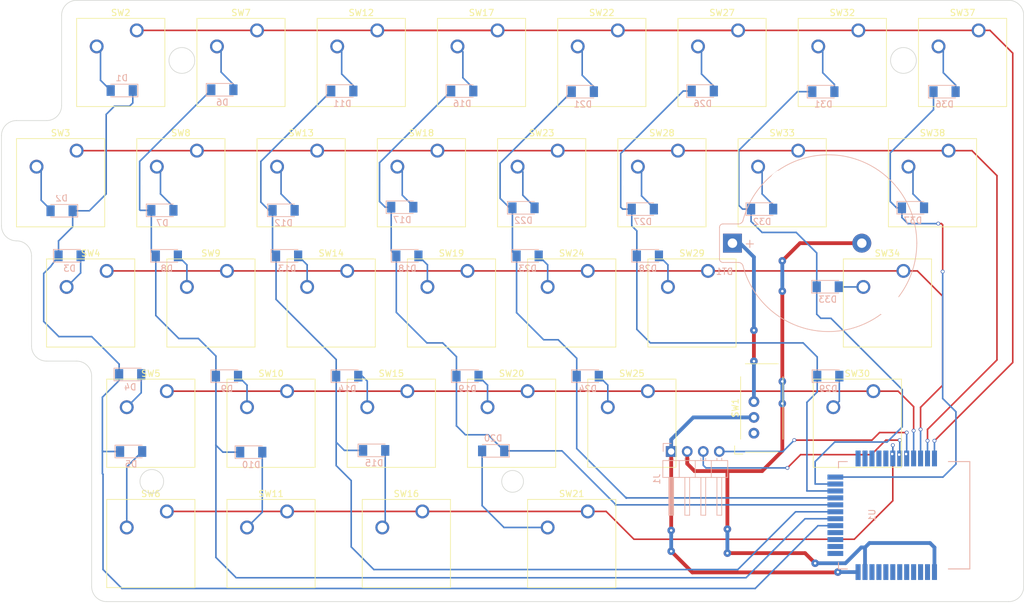
<source format=kicad_pcb>
(kicad_pcb (version 4) (host pcbnew 4.0.7)
  (layers (0 F.Cu signal) (31 B.Cu signal) (34 B.Paste user hide) (35 F.Paste user hide) (36 B.SilkS user hide) (37 F.SilkS user hide) (38 B.Mask user hide) (39 F.Mask user hide) (44 Edge.Cuts user))
  (net 0 "")
  (net 1 GND)
  (net 2 +3V3)
  (net 3 "Net-(D1-Pad2)")
  (net 4 "Net-(D2-Pad2)")
  (net 5 "Net-(D3-Pad2)")
  (net 6 "Net-(D4-Pad2)")
  (net 7 "Net-(D6-Pad2)")
  (net 8 "Net-(D7-Pad2)")
  (net 9 "Net-(D8-Pad2)")
  (net 10 "Net-(D9-Pad2)")
  (net 11 "Net-(D10-Pad2)")
  (net 12 "Net-(D11-Pad2)")
  (net 13 "Net-(D12-Pad2)")
  (net 14 "Net-(D13-Pad2)")
  (net 15 "Net-(D14-Pad2)")
  (net 16 "Net-(D15-Pad2)")
  (net 17 "Net-(D16-Pad2)")
  (net 18 "Net-(D17-Pad2)")
  (net 19 "Net-(D18-Pad2)")
  (net 20 "Net-(D19-Pad2)")
  (net 21 "Net-(D20-Pad2)")
  (net 22 "Net-(D21-Pad2)")
  (net 23 "Net-(D22-Pad2)")
  (net 24 "Net-(D23-Pad2)")
  (net 25 "Net-(D24-Pad2)")
  (net 26 "Net-(D26-Pad2)")
  (net 27 "Net-(D27-Pad2)")
  (net 28 "Net-(D28-Pad2)")
  (net 29 "Net-(D29-Pad2)")
  (net 30 "Net-(D31-Pad2)")
  (net 31 "Net-(J1-Pad3)")
  (net 32 "Net-(U1-Pad7)")
  (net 33 "Net-(U1-Pad8)")
  (net 34 "Net-(U1-Pad29)")
  (net 35 /col0)
  (net 36 /col1)
  (net 37 /col2)
  (net 38 /col3)
  (net 39 /col4)
  (net 40 /col5)
  (net 41 /col6)
  (net 42 /row0)
  (net 43 /row1)
  (net 44 /row2)
  (net 45 /row3)
  (net 46 /row4)
  (net 47 "Net-(U1-Pad13)")
  (net 48 "Net-(U1-Pad14)")
  (net 49 "Net-(U1-Pad16)")
  (net 50 "Net-(U1-Pad10)")
  (net 51 "Net-(U1-Pad9)")
  (net 52 "Net-(U1-Pad25)")
  (net 53 "Net-(U1-Pad26)")
  (net 54 "Net-(U1-Pad27)")
  (net 55 "Net-(U1-Pad28)")
  (net 56 "Net-(D32-Pad2)")
  (net 57 "Net-(D33-Pad2)")
  (net 58 /col7)
  (net 59 "Net-(D36-Pad2)")
  (net 60 "Net-(D37-Pad2)")
  (net 61 "Net-(D5-Pad2)")
  (net 62 "Net-(U1-Pad2)")
  (net 63 "Net-(U1-Pad3)")
  (net 64 "Net-(U1-Pad4)")
  (net 65 "Net-(U1-Pad5)")
  (net 66 "Net-(U1-Pad6)")
  (net 67 "Net-(BT1-Pad1)")
  (net 68 "Net-(J1-Pad4)")
  (net 69 "Net-(SW1-Pad1)")
  (net 70 "Net-(U1-Pad15)")
  (module Button_Switch_Keyboard:SW_Cherry_MX1A_2.75u_PCB (layer F.Cu) (at 161.925 83.34375)
    (fp_text reference SW30 (at -2.54 -2.794) (layer F.SilkS))
    (fp_text value MOM-SPST)
    (pad 1 thru_hole circle (at 0 0) (size 2.2 2.2) (drill 1.5) (layers *.Cu *.Mask) (net 45 /row3))
    (pad 2 thru_hole circle (at -6.35 2.54) (size 2.2 2.2) (drill 1.5) (layers *.Cu *.Mask) (net 29 "Net-(D29-Pad2)"))
    (pad "" np_thru_hole circle (at -2.54 5.08) (size 4 4) (drill 4) (layers *.Cu *.Mask))
    (pad "" np_thru_hole circle (at -7.62 5.08) (size 1.7 1.7) (drill 1.7) (layers *.Cu *.Mask))
    (pad "" np_thru_hole circle (at 2.54 5.08) (size 1.7 1.7) (drill 1.7) (layers *.Cu *.Mask))
  )
  (module Button_Switch_Keyboard:SW_Cherry_MX1A_1.00u_PCB (layer F.Cu) (at 45.24375 26.19375)
    (fp_text reference SW2 (at -2.54 -2.794) (layer F.SilkS))
    (fp_text value MOM-SPST)
    (pad 1 thru_hole circle (at 0 0) (size 2.2 2.2) (drill 1.5) (layers *.Cu *.Mask) (net 42 /row0))
    (pad 2 thru_hole circle (at -6.35 2.54) (size 2.2 2.2) (drill 1.5) (layers *.Cu *.Mask) (net 3 "Net-(D1-Pad2)"))
    (pad "" np_thru_hole circle (at -2.54 5.08) (size 4 4) (drill 4) (layers *.Cu *.Mask))
    (pad "" np_thru_hole circle (at -7.62 5.08) (size 1.7 1.7) (drill 1.7) (layers *.Cu *.Mask))
    (pad "" np_thru_hole circle (at 2.54 5.08) (size 1.7 1.7) (drill 1.7) (layers *.Cu *.Mask))
  )
  (module Button_Switch_Keyboard:SW_Cherry_MX1A_1.00u_PCB (layer F.Cu) (at 50.00625 83.34375)
    (fp_text reference SW5 (at -2.54 -2.794) (layer F.SilkS))
    (fp_text value MOM-SPST)
    (pad 1 thru_hole circle (at 0 0) (size 2.2 2.2) (drill 1.5) (layers *.Cu *.Mask) (net 45 /row3))
    (pad 2 thru_hole circle (at -6.35 2.54) (size 2.2 2.2) (drill 1.5) (layers *.Cu *.Mask) (net 6 "Net-(D4-Pad2)"))
    (pad "" np_thru_hole circle (at -2.54 5.08) (size 4 4) (drill 4) (layers *.Cu *.Mask))
    (pad "" np_thru_hole circle (at -7.62 5.08) (size 1.7 1.7) (drill 1.7) (layers *.Cu *.Mask))
    (pad "" np_thru_hole circle (at 2.54 5.08) (size 1.7 1.7) (drill 1.7) (layers *.Cu *.Mask))
  )
  (module Button_Switch_Keyboard:SW_Cherry_MX1A_1.00u_PCB (layer F.Cu) (at 59.53125 64.29375)
    (fp_text reference SW9 (at -2.54 -2.794) (layer F.SilkS))
    (fp_text value MOM-SPST)
    (pad 1 thru_hole circle (at 0 0) (size 2.2 2.2) (drill 1.5) (layers *.Cu *.Mask) (net 44 /row2))
    (pad 2 thru_hole circle (at -6.35 2.54) (size 2.2 2.2) (drill 1.5) (layers *.Cu *.Mask) (net 9 "Net-(D8-Pad2)"))
    (pad "" np_thru_hole circle (at -2.54 5.08) (size 4 4) (drill 4) (layers *.Cu *.Mask))
    (pad "" np_thru_hole circle (at -7.62 5.08) (size 1.7 1.7) (drill 1.7) (layers *.Cu *.Mask))
    (pad "" np_thru_hole circle (at 2.54 5.08) (size 1.7 1.7) (drill 1.7) (layers *.Cu *.Mask))
  )
  (module Diodes_SMD:D_MiniMELF (layer B.Cu) (at 42.8625 35.71875 180)
    (fp_text reference D1 (at 0 2 180) (layer B.SilkS) (effects (justify mirror)))
    (fp_text value D)
    (pad 1 smd rect (at -1.75 0 180) (size 1.3 1.7) (layers B.Cu B.Paste B.Mask) (net 35 /col0))
    (pad 2 smd rect (at 1.75 0 180) (size 1.3 1.7) (layers B.Cu B.Paste B.Mask) (net 3 "Net-(D1-Pad2)"))
  )
  (module Diodes_SMD:D_MiniMELF (layer B.Cu) (at 33.3375 54.76875 180)
    (fp_text reference D2 (at 0 2 180) (layer B.SilkS) (effects (justify mirror)))
    (fp_text value D)
    (pad 1 smd rect (at -1.75 0 180) (size 1.3 1.7) (layers B.Cu B.Paste B.Mask) (net 35 /col0))
    (pad 2 smd rect (at 1.75 0 180) (size 1.3 1.7) (layers B.Cu B.Paste B.Mask) (net 4 "Net-(D2-Pad2)"))
  )
  (module Diodes_SMD:D_MiniMELF (layer B.Cu) (at 34.6 61.9)
    (fp_text reference D3 (at 0 2) (layer B.SilkS) (effects (justify mirror)))
    (fp_text value D)
    (pad 1 smd rect (at -1.75 0) (size 1.3 1.7) (layers B.Cu B.Paste B.Mask) (net 35 /col0))
    (pad 2 smd rect (at 1.75 0) (size 1.3 1.7) (layers B.Cu B.Paste B.Mask) (net 5 "Net-(D3-Pad2)"))
  )
  (module Diodes_SMD:D_MiniMELF (layer B.Cu) (at 44.2 80.7)
    (fp_text reference D4 (at 0 2) (layer B.SilkS) (effects (justify mirror)))
    (fp_text value D)
    (pad 1 smd rect (at -1.75 0) (size 1.3 1.7) (layers B.Cu B.Paste B.Mask) (net 35 /col0))
    (pad 2 smd rect (at 1.75 0) (size 1.3 1.7) (layers B.Cu B.Paste B.Mask) (net 6 "Net-(D4-Pad2)"))
  )
  (module Diodes_SMD:D_MiniMELF (layer B.Cu) (at 58.8 35.6)
    (fp_text reference D6 (at 0 2) (layer B.SilkS) (effects (justify mirror)))
    (fp_text value D)
    (pad 1 smd rect (at -1.75 0) (size 1.3 1.7) (layers B.Cu B.Paste B.Mask) (net 36 /col1))
    (pad 2 smd rect (at 1.75 0) (size 1.3 1.7) (layers B.Cu B.Paste B.Mask) (net 7 "Net-(D6-Pad2)"))
  )
  (module Diodes_SMD:D_MiniMELF (layer B.Cu) (at 49.3 54.7)
    (fp_text reference D7 (at 0 2) (layer B.SilkS) (effects (justify mirror)))
    (fp_text value D)
    (pad 1 smd rect (at -1.75 0) (size 1.3 1.7) (layers B.Cu B.Paste B.Mask) (net 36 /col1))
    (pad 2 smd rect (at 1.75 0) (size 1.3 1.7) (layers B.Cu B.Paste B.Mask) (net 8 "Net-(D7-Pad2)"))
  )
  (module Diodes_SMD:D_MiniMELF (layer B.Cu) (at 50.00625 61.9125)
    (fp_text reference D8 (at 0 2) (layer B.SilkS) (effects (justify mirror)))
    (fp_text value D)
    (pad 1 smd rect (at -1.75 0) (size 1.3 1.7) (layers B.Cu B.Paste B.Mask) (net 36 /col1))
    (pad 2 smd rect (at 1.75 0) (size 1.3 1.7) (layers B.Cu B.Paste B.Mask) (net 9 "Net-(D8-Pad2)"))
  )
  (module Diodes_SMD:D_MiniMELF (layer B.Cu) (at 59.53125 80.9625)
    (fp_text reference D9 (at 0 2) (layer B.SilkS) (effects (justify mirror)))
    (fp_text value D)
    (pad 1 smd rect (at -1.75 0) (size 1.3 1.7) (layers B.Cu B.Paste B.Mask) (net 36 /col1))
    (pad 2 smd rect (at 1.75 0) (size 1.3 1.7) (layers B.Cu B.Paste B.Mask) (net 10 "Net-(D9-Pad2)"))
  )
  (module Diodes_SMD:D_MiniMELF (layer B.Cu) (at 63.375 93)
    (fp_text reference D10 (at 0 2) (layer B.SilkS) (effects (justify mirror)))
    (fp_text value D)
    (pad 1 smd rect (at -1.75 0) (size 1.3 1.7) (layers B.Cu B.Paste B.Mask) (net 36 /col1))
    (pad 2 smd rect (at 1.75 0) (size 1.3 1.7) (layers B.Cu B.Paste B.Mask) (net 11 "Net-(D10-Pad2)"))
  )
  (module Diodes_SMD:D_MiniMELF (layer B.Cu) (at 77.8 35.8)
    (fp_text reference D11 (at 0 2) (layer B.SilkS) (effects (justify mirror)))
    (fp_text value D)
    (pad 1 smd rect (at -1.75 0) (size 1.3 1.7) (layers B.Cu B.Paste B.Mask) (net 37 /col2))
    (pad 2 smd rect (at 1.75 0) (size 1.3 1.7) (layers B.Cu B.Paste B.Mask) (net 12 "Net-(D11-Pad2)"))
  )
  (module Diodes_SMD:D_MiniMELF (layer B.Cu) (at 68.5 54.7)
    (fp_text reference D12 (at 0 2) (layer B.SilkS) (effects (justify mirror)))
    (fp_text value D)
    (pad 1 smd rect (at -1.75 0) (size 1.3 1.7) (layers B.Cu B.Paste B.Mask) (net 37 /col2))
    (pad 2 smd rect (at 1.75 0) (size 1.3 1.7) (layers B.Cu B.Paste B.Mask) (net 13 "Net-(D12-Pad2)"))
  )
  (module Diodes_SMD:D_MiniMELF (layer B.Cu) (at 69.05625 61.9125)
    (fp_text reference D13 (at 0 2) (layer B.SilkS) (effects (justify mirror)))
    (fp_text value D)
    (pad 1 smd rect (at -1.75 0) (size 1.3 1.7) (layers B.Cu B.Paste B.Mask) (net 37 /col2))
    (pad 2 smd rect (at 1.75 0) (size 1.3 1.7) (layers B.Cu B.Paste B.Mask) (net 14 "Net-(D13-Pad2)"))
  )
  (module Diodes_SMD:D_MiniMELF (layer B.Cu) (at 78.58125 80.9625)
    (fp_text reference D14 (at 0 2) (layer B.SilkS) (effects (justify mirror)))
    (fp_text value D)
    (pad 1 smd rect (at -1.75 0) (size 1.3 1.7) (layers B.Cu B.Paste B.Mask) (net 37 /col2))
    (pad 2 smd rect (at 1.75 0) (size 1.3 1.7) (layers B.Cu B.Paste B.Mask) (net 15 "Net-(D14-Pad2)"))
  )
  (module Diodes_SMD:D_MiniMELF (layer B.Cu) (at 82.85 92.725)
    (fp_text reference D15 (at 0 2) (layer B.SilkS) (effects (justify mirror)))
    (fp_text value D)
    (pad 1 smd rect (at -1.75 0) (size 1.3 1.7) (layers B.Cu B.Paste B.Mask) (net 37 /col2))
    (pad 2 smd rect (at 1.75 0) (size 1.3 1.7) (layers B.Cu B.Paste B.Mask) (net 16 "Net-(D15-Pad2)"))
  )
  (module Diodes_SMD:D_MiniMELF (layer B.Cu) (at 96.8 35.8)
    (fp_text reference D16 (at 0 2) (layer B.SilkS) (effects (justify mirror)))
    (fp_text value D)
    (pad 1 smd rect (at -1.75 0) (size 1.3 1.7) (layers B.Cu B.Paste B.Mask) (net 38 /col3))
    (pad 2 smd rect (at 1.75 0) (size 1.3 1.7) (layers B.Cu B.Paste B.Mask) (net 17 "Net-(D16-Pad2)"))
  )
  (module Diodes_SMD:D_MiniMELF (layer B.Cu) (at 87.3 54.2)
    (fp_text reference D17 (at 0 2) (layer B.SilkS) (effects (justify mirror)))
    (fp_text value D)
    (pad 1 smd rect (at -1.75 0) (size 1.3 1.7) (layers B.Cu B.Paste B.Mask) (net 38 /col3))
    (pad 2 smd rect (at 1.75 0) (size 1.3 1.7) (layers B.Cu B.Paste B.Mask) (net 18 "Net-(D17-Pad2)"))
  )
  (module Diodes_SMD:D_MiniMELF (layer B.Cu) (at 88.10625 61.9125)
    (fp_text reference D18 (at 0 2) (layer B.SilkS) (effects (justify mirror)))
    (fp_text value D)
    (pad 1 smd rect (at -1.75 0) (size 1.3 1.7) (layers B.Cu B.Paste B.Mask) (net 38 /col3))
    (pad 2 smd rect (at 1.75 0) (size 1.3 1.7) (layers B.Cu B.Paste B.Mask) (net 19 "Net-(D18-Pad2)"))
  )
  (module Diodes_SMD:D_MiniMELF (layer B.Cu) (at 97.63125 80.9625)
    (fp_text reference D19 (at 0 2) (layer B.SilkS) (effects (justify mirror)))
    (fp_text value D)
    (pad 1 smd rect (at -1.75 0) (size 1.3 1.7) (layers B.Cu B.Paste B.Mask) (net 38 /col3))
    (pad 2 smd rect (at 1.75 0) (size 1.3 1.7) (layers B.Cu B.Paste B.Mask) (net 20 "Net-(D19-Pad2)"))
  )
  (module Diodes_SMD:D_MiniMELF (layer B.Cu) (at 101.7 92.8 180)
    (fp_text reference D20 (at 0 2 180) (layer B.SilkS) (effects (justify mirror)))
    (fp_text value D)
    (pad 1 smd rect (at -1.75 0 180) (size 1.3 1.7) (layers B.Cu B.Paste B.Mask) (net 38 /col3))
    (pad 2 smd rect (at 1.75 0 180) (size 1.3 1.7) (layers B.Cu B.Paste B.Mask) (net 21 "Net-(D20-Pad2)"))
  )
  (module Diodes_SMD:D_MiniMELF (layer B.Cu) (at 115.9 35.9)
    (fp_text reference D21 (at 0 2) (layer B.SilkS) (effects (justify mirror)))
    (fp_text value D)
    (pad 1 smd rect (at -1.75 0) (size 1.3 1.7) (layers B.Cu B.Paste B.Mask) (net 39 /col4))
    (pad 2 smd rect (at 1.75 0) (size 1.3 1.7) (layers B.Cu B.Paste B.Mask) (net 22 "Net-(D21-Pad2)"))
  )
  (module Diodes_SMD:D_MiniMELF (layer B.Cu) (at 106.5 54.3)
    (fp_text reference D22 (at 0 2) (layer B.SilkS) (effects (justify mirror)))
    (fp_text value D)
    (pad 1 smd rect (at -1.75 0) (size 1.3 1.7) (layers B.Cu B.Paste B.Mask) (net 39 /col4))
    (pad 2 smd rect (at 1.75 0) (size 1.3 1.7) (layers B.Cu B.Paste B.Mask) (net 23 "Net-(D22-Pad2)"))
  )
  (module Diodes_SMD:D_MiniMELF (layer B.Cu) (at 107.15625 61.9125)
    (fp_text reference D23 (at 0 2) (layer B.SilkS) (effects (justify mirror)))
    (fp_text value D)
    (pad 1 smd rect (at -1.75 0) (size 1.3 1.7) (layers B.Cu B.Paste B.Mask) (net 39 /col4))
    (pad 2 smd rect (at 1.75 0) (size 1.3 1.7) (layers B.Cu B.Paste B.Mask) (net 24 "Net-(D23-Pad2)"))
  )
  (module Diodes_SMD:D_MiniMELF (layer B.Cu) (at 116.68125 80.9625)
    (fp_text reference D24 (at 0 2) (layer B.SilkS) (effects (justify mirror)))
    (fp_text value D)
    (pad 1 smd rect (at -1.75 0) (size 1.3 1.7) (layers B.Cu B.Paste B.Mask) (net 39 /col4))
    (pad 2 smd rect (at 1.75 0) (size 1.3 1.7) (layers B.Cu B.Paste B.Mask) (net 25 "Net-(D24-Pad2)"))
  )
  (module Diodes_SMD:D_MiniMELF (layer B.Cu) (at 134.9 35.8)
    (fp_text reference D26 (at 0 2) (layer B.SilkS) (effects (justify mirror)))
    (fp_text value D)
    (pad 1 smd rect (at -1.75 0) (size 1.3 1.7) (layers B.Cu B.Paste B.Mask) (net 40 /col5))
    (pad 2 smd rect (at 1.75 0) (size 1.3 1.7) (layers B.Cu B.Paste B.Mask) (net 26 "Net-(D26-Pad2)"))
  )
  (module Diodes_SMD:D_MiniMELF (layer B.Cu) (at 125.4 54.5)
    (fp_text reference D27 (at 0 2) (layer B.SilkS) (effects (justify mirror)))
    (fp_text value D)
    (pad 1 smd rect (at -1.75 0) (size 1.3 1.7) (layers B.Cu B.Paste B.Mask) (net 40 /col5))
    (pad 2 smd rect (at 1.75 0) (size 1.3 1.7) (layers B.Cu B.Paste B.Mask) (net 27 "Net-(D27-Pad2)"))
  )
  (module Diodes_SMD:D_MiniMELF (layer B.Cu) (at 126.20625 61.9125)
    (fp_text reference D28 (at 0 2) (layer B.SilkS) (effects (justify mirror)))
    (fp_text value D)
    (pad 1 smd rect (at -1.75 0) (size 1.3 1.7) (layers B.Cu B.Paste B.Mask) (net 40 /col5))
    (pad 2 smd rect (at 1.75 0) (size 1.3 1.7) (layers B.Cu B.Paste B.Mask) (net 28 "Net-(D28-Pad2)"))
  )
  (module Diodes_SMD:D_MiniMELF (layer B.Cu) (at 154.78125 80.9625)
    (fp_text reference D29 (at 0 2) (layer B.SilkS) (effects (justify mirror)))
    (fp_text value D)
    (pad 1 smd rect (at -1.75 0) (size 1.3 1.7) (layers B.Cu B.Paste B.Mask) (net 40 /col5))
    (pad 2 smd rect (at 1.75 0) (size 1.3 1.7) (layers B.Cu B.Paste B.Mask) (net 29 "Net-(D29-Pad2)"))
  )
  (module Diodes_SMD:D_MiniMELF (layer B.Cu) (at 154 35.9)
    (fp_text reference D31 (at 0 2) (layer B.SilkS) (effects (justify mirror)))
    (fp_text value D)
    (pad 1 smd rect (at -1.75 0) (size 1.3 1.7) (layers B.Cu B.Paste B.Mask) (net 41 /col6))
    (pad 2 smd rect (at 1.75 0) (size 1.3 1.7) (layers B.Cu B.Paste B.Mask) (net 30 "Net-(D31-Pad2)"))
  )
  (module Pin_Headers:Pin_Header_Angled_1x04_Pitch2.54mm (layer B.Cu) (at 129.9 92.9 270)
    (fp_text reference J1 (at 4.385 2.27 270) (layer B.SilkS) (effects (justify mirror)))
    (fp_text value Conn_01x04_Male)
    (pad 1 thru_hole rect (at 0 0 270) (size 1.7 1.7) (drill 1) (layers *.Cu *.Mask) (net 2 +3V3))
    (pad 2 thru_hole oval (at 0 -2.54 270) (size 1.7 1.7) (drill 1) (layers *.Cu *.Mask) (net 1 GND))
    (pad 3 thru_hole oval (at 0 -5.08 270) (size 1.7 1.7) (drill 1) (layers *.Cu *.Mask) (net 31 "Net-(J1-Pad3)"))
    (pad 4 thru_hole oval (at 0 -7.62 270) (size 1.7 1.7) (drill 1) (layers *.Cu *.Mask) (net 68 "Net-(J1-Pad4)"))
  )
  (module Button_Switch_Keyboard:SW_Cherry_MX1A_1.00u_PCB (layer F.Cu) (at 64.29375 26.19375)
    (fp_text reference SW7 (at -2.54 -2.794) (layer F.SilkS))
    (fp_text value MOM-SPST)
    (pad 1 thru_hole circle (at 0 0) (size 2.2 2.2) (drill 1.5) (layers *.Cu *.Mask) (net 42 /row0))
    (pad 2 thru_hole circle (at -6.35 2.54) (size 2.2 2.2) (drill 1.5) (layers *.Cu *.Mask) (net 7 "Net-(D6-Pad2)"))
    (pad "" np_thru_hole circle (at -2.54 5.08) (size 4 4) (drill 4) (layers *.Cu *.Mask))
    (pad "" np_thru_hole circle (at -7.62 5.08) (size 1.7 1.7) (drill 1.7) (layers *.Cu *.Mask))
    (pad "" np_thru_hole circle (at 2.54 5.08) (size 1.7 1.7) (drill 1.7) (layers *.Cu *.Mask))
  )
  (module Button_Switch_Keyboard:SW_Cherry_MX1A_1.00u_PCB (layer F.Cu) (at 54.76875 45.24375)
    (fp_text reference SW8 (at -2.54 -2.794) (layer F.SilkS))
    (fp_text value MOM-SPST)
    (pad 1 thru_hole circle (at 0 0) (size 2.2 2.2) (drill 1.5) (layers *.Cu *.Mask) (net 43 /row1))
    (pad 2 thru_hole circle (at -6.35 2.54) (size 2.2 2.2) (drill 1.5) (layers *.Cu *.Mask) (net 8 "Net-(D7-Pad2)"))
    (pad "" np_thru_hole circle (at -2.54 5.08) (size 4 4) (drill 4) (layers *.Cu *.Mask))
    (pad "" np_thru_hole circle (at -7.62 5.08) (size 1.7 1.7) (drill 1.7) (layers *.Cu *.Mask))
    (pad "" np_thru_hole circle (at 2.54 5.08) (size 1.7 1.7) (drill 1.7) (layers *.Cu *.Mask))
  )
  (module Button_Switch_Keyboard:SW_Cherry_MX1A_1.00u_PCB (layer F.Cu) (at 69.05625 83.34375)
    (fp_text reference SW10 (at -2.54 -2.794) (layer F.SilkS))
    (fp_text value MOM-SPST)
    (pad 1 thru_hole circle (at 0 0) (size 2.2 2.2) (drill 1.5) (layers *.Cu *.Mask) (net 45 /row3))
    (pad 2 thru_hole circle (at -6.35 2.54) (size 2.2 2.2) (drill 1.5) (layers *.Cu *.Mask) (net 10 "Net-(D9-Pad2)"))
    (pad "" np_thru_hole circle (at -2.54 5.08) (size 4 4) (drill 4) (layers *.Cu *.Mask))
    (pad "" np_thru_hole circle (at -7.62 5.08) (size 1.7 1.7) (drill 1.7) (layers *.Cu *.Mask))
    (pad "" np_thru_hole circle (at 2.54 5.08) (size 1.7 1.7) (drill 1.7) (layers *.Cu *.Mask))
  )
  (module Button_Switch_Keyboard:SW_Cherry_MX1A_1.00u_PCB (layer F.Cu) (at 83.34375 26.19375)
    (fp_text reference SW12 (at -2.54 -2.794) (layer F.SilkS))
    (fp_text value MOM-SPST)
    (pad 1 thru_hole circle (at 0 0) (size 2.2 2.2) (drill 1.5) (layers *.Cu *.Mask) (net 42 /row0))
    (pad 2 thru_hole circle (at -6.35 2.54) (size 2.2 2.2) (drill 1.5) (layers *.Cu *.Mask) (net 12 "Net-(D11-Pad2)"))
    (pad "" np_thru_hole circle (at -2.54 5.08) (size 4 4) (drill 4) (layers *.Cu *.Mask))
    (pad "" np_thru_hole circle (at -7.62 5.08) (size 1.7 1.7) (drill 1.7) (layers *.Cu *.Mask))
    (pad "" np_thru_hole circle (at 2.54 5.08) (size 1.7 1.7) (drill 1.7) (layers *.Cu *.Mask))
  )
  (module Button_Switch_Keyboard:SW_Cherry_MX1A_1.00u_PCB (layer F.Cu) (at 73.81875 45.24375)
    (fp_text reference SW13 (at -2.54 -2.794) (layer F.SilkS))
    (fp_text value MOM-SPST)
    (pad 1 thru_hole circle (at 0 0) (size 2.2 2.2) (drill 1.5) (layers *.Cu *.Mask) (net 43 /row1))
    (pad 2 thru_hole circle (at -6.35 2.54) (size 2.2 2.2) (drill 1.5) (layers *.Cu *.Mask) (net 13 "Net-(D12-Pad2)"))
    (pad "" np_thru_hole circle (at -2.54 5.08) (size 4 4) (drill 4) (layers *.Cu *.Mask))
    (pad "" np_thru_hole circle (at -7.62 5.08) (size 1.7 1.7) (drill 1.7) (layers *.Cu *.Mask))
    (pad "" np_thru_hole circle (at 2.54 5.08) (size 1.7 1.7) (drill 1.7) (layers *.Cu *.Mask))
  )
  (module Button_Switch_Keyboard:SW_Cherry_MX1A_1.00u_PCB (layer F.Cu) (at 78.58125 64.29375)
    (fp_text reference SW14 (at -2.54 -2.794) (layer F.SilkS))
    (fp_text value MOM-SPST)
    (pad 1 thru_hole circle (at 0 0) (size 2.2 2.2) (drill 1.5) (layers *.Cu *.Mask) (net 44 /row2))
    (pad 2 thru_hole circle (at -6.35 2.54) (size 2.2 2.2) (drill 1.5) (layers *.Cu *.Mask) (net 14 "Net-(D13-Pad2)"))
    (pad "" np_thru_hole circle (at -2.54 5.08) (size 4 4) (drill 4) (layers *.Cu *.Mask))
    (pad "" np_thru_hole circle (at -7.62 5.08) (size 1.7 1.7) (drill 1.7) (layers *.Cu *.Mask))
    (pad "" np_thru_hole circle (at 2.54 5.08) (size 1.7 1.7) (drill 1.7) (layers *.Cu *.Mask))
  )
  (module Button_Switch_Keyboard:SW_Cherry_MX1A_1.00u_PCB (layer F.Cu) (at 88.10625 83.34375)
    (fp_text reference SW15 (at -2.54 -2.794) (layer F.SilkS))
    (fp_text value MOM-SPST)
    (pad 1 thru_hole circle (at 0 0) (size 2.2 2.2) (drill 1.5) (layers *.Cu *.Mask) (net 45 /row3))
    (pad 2 thru_hole circle (at -6.35 2.54) (size 2.2 2.2) (drill 1.5) (layers *.Cu *.Mask) (net 15 "Net-(D14-Pad2)"))
    (pad "" np_thru_hole circle (at -2.54 5.08) (size 4 4) (drill 4) (layers *.Cu *.Mask))
    (pad "" np_thru_hole circle (at -7.62 5.08) (size 1.7 1.7) (drill 1.7) (layers *.Cu *.Mask))
    (pad "" np_thru_hole circle (at 2.54 5.08) (size 1.7 1.7) (drill 1.7) (layers *.Cu *.Mask))
  )
  (module Button_Switch_Keyboard:SW_Cherry_MX1A_1.00u_PCB (layer F.Cu) (at 102.39375 26.19375)
    (fp_text reference SW17 (at -2.54 -2.794) (layer F.SilkS))
    (fp_text value MOM-SPST)
    (pad 1 thru_hole circle (at 0 0) (size 2.2 2.2) (drill 1.5) (layers *.Cu *.Mask) (net 42 /row0))
    (pad 2 thru_hole circle (at -6.35 2.54) (size 2.2 2.2) (drill 1.5) (layers *.Cu *.Mask) (net 17 "Net-(D16-Pad2)"))
    (pad "" np_thru_hole circle (at -2.54 5.08) (size 4 4) (drill 4) (layers *.Cu *.Mask))
    (pad "" np_thru_hole circle (at -7.62 5.08) (size 1.7 1.7) (drill 1.7) (layers *.Cu *.Mask))
    (pad "" np_thru_hole circle (at 2.54 5.08) (size 1.7 1.7) (drill 1.7) (layers *.Cu *.Mask))
  )
  (module Button_Switch_Keyboard:SW_Cherry_MX1A_1.00u_PCB (layer F.Cu) (at 92.86875 45.24375)
    (fp_text reference SW18 (at -2.54 -2.794) (layer F.SilkS))
    (fp_text value MOM-SPST)
    (pad 1 thru_hole circle (at 0 0) (size 2.2 2.2) (drill 1.5) (layers *.Cu *.Mask) (net 43 /row1))
    (pad 2 thru_hole circle (at -6.35 2.54) (size 2.2 2.2) (drill 1.5) (layers *.Cu *.Mask) (net 18 "Net-(D17-Pad2)"))
    (pad "" np_thru_hole circle (at -2.54 5.08) (size 4 4) (drill 4) (layers *.Cu *.Mask))
    (pad "" np_thru_hole circle (at -7.62 5.08) (size 1.7 1.7) (drill 1.7) (layers *.Cu *.Mask))
    (pad "" np_thru_hole circle (at 2.54 5.08) (size 1.7 1.7) (drill 1.7) (layers *.Cu *.Mask))
  )
  (module Button_Switch_Keyboard:SW_Cherry_MX1A_1.00u_PCB (layer F.Cu) (at 97.63125 64.29375)
    (fp_text reference SW19 (at -2.54 -2.794) (layer F.SilkS))
    (fp_text value MOM-SPST)
    (pad 1 thru_hole circle (at 0 0) (size 2.2 2.2) (drill 1.5) (layers *.Cu *.Mask) (net 44 /row2))
    (pad 2 thru_hole circle (at -6.35 2.54) (size 2.2 2.2) (drill 1.5) (layers *.Cu *.Mask) (net 19 "Net-(D18-Pad2)"))
    (pad "" np_thru_hole circle (at -2.54 5.08) (size 4 4) (drill 4) (layers *.Cu *.Mask))
    (pad "" np_thru_hole circle (at -7.62 5.08) (size 1.7 1.7) (drill 1.7) (layers *.Cu *.Mask))
    (pad "" np_thru_hole circle (at 2.54 5.08) (size 1.7 1.7) (drill 1.7) (layers *.Cu *.Mask))
  )
  (module Button_Switch_Keyboard:SW_Cherry_MX1A_1.00u_PCB (layer F.Cu) (at 107.15625 83.34375)
    (fp_text reference SW20 (at -2.54 -2.794) (layer F.SilkS))
    (fp_text value MOM-SPST)
    (pad 1 thru_hole circle (at 0 0) (size 2.2 2.2) (drill 1.5) (layers *.Cu *.Mask) (net 45 /row3))
    (pad 2 thru_hole circle (at -6.35 2.54) (size 2.2 2.2) (drill 1.5) (layers *.Cu *.Mask) (net 20 "Net-(D19-Pad2)"))
    (pad "" np_thru_hole circle (at -2.54 5.08) (size 4 4) (drill 4) (layers *.Cu *.Mask))
    (pad "" np_thru_hole circle (at -7.62 5.08) (size 1.7 1.7) (drill 1.7) (layers *.Cu *.Mask))
    (pad "" np_thru_hole circle (at 2.54 5.08) (size 1.7 1.7) (drill 1.7) (layers *.Cu *.Mask))
  )
  (module Button_Switch_Keyboard:SW_Cherry_MX1A_1.00u_PCB (layer F.Cu) (at 121.44375 26.19375)
    (fp_text reference SW22 (at -2.54 -2.794) (layer F.SilkS))
    (fp_text value MOM-SPST)
    (pad 1 thru_hole circle (at 0 0) (size 2.2 2.2) (drill 1.5) (layers *.Cu *.Mask) (net 42 /row0))
    (pad 2 thru_hole circle (at -6.35 2.54) (size 2.2 2.2) (drill 1.5) (layers *.Cu *.Mask) (net 22 "Net-(D21-Pad2)"))
    (pad "" np_thru_hole circle (at -2.54 5.08) (size 4 4) (drill 4) (layers *.Cu *.Mask))
    (pad "" np_thru_hole circle (at -7.62 5.08) (size 1.7 1.7) (drill 1.7) (layers *.Cu *.Mask))
    (pad "" np_thru_hole circle (at 2.54 5.08) (size 1.7 1.7) (drill 1.7) (layers *.Cu *.Mask))
  )
  (module Button_Switch_Keyboard:SW_Cherry_MX1A_1.00u_PCB (layer F.Cu) (at 111.91875 45.24375)
    (fp_text reference SW23 (at -2.54 -2.794) (layer F.SilkS))
    (fp_text value MOM-SPST)
    (pad 1 thru_hole circle (at 0 0) (size 2.2 2.2) (drill 1.5) (layers *.Cu *.Mask) (net 43 /row1))
    (pad 2 thru_hole circle (at -6.35 2.54) (size 2.2 2.2) (drill 1.5) (layers *.Cu *.Mask) (net 23 "Net-(D22-Pad2)"))
    (pad "" np_thru_hole circle (at -2.54 5.08) (size 4 4) (drill 4) (layers *.Cu *.Mask))
    (pad "" np_thru_hole circle (at -7.62 5.08) (size 1.7 1.7) (drill 1.7) (layers *.Cu *.Mask))
    (pad "" np_thru_hole circle (at 2.54 5.08) (size 1.7 1.7) (drill 1.7) (layers *.Cu *.Mask))
  )
  (module Button_Switch_Keyboard:SW_Cherry_MX1A_1.00u_PCB (layer F.Cu) (at 116.68125 64.29375)
    (fp_text reference SW24 (at -2.54 -2.794) (layer F.SilkS))
    (fp_text value MOM-SPST)
    (pad 1 thru_hole circle (at 0 0) (size 2.2 2.2) (drill 1.5) (layers *.Cu *.Mask) (net 44 /row2))
    (pad 2 thru_hole circle (at -6.35 2.54) (size 2.2 2.2) (drill 1.5) (layers *.Cu *.Mask) (net 24 "Net-(D23-Pad2)"))
    (pad "" np_thru_hole circle (at -2.54 5.08) (size 4 4) (drill 4) (layers *.Cu *.Mask))
    (pad "" np_thru_hole circle (at -7.62 5.08) (size 1.7 1.7) (drill 1.7) (layers *.Cu *.Mask))
    (pad "" np_thru_hole circle (at 2.54 5.08) (size 1.7 1.7) (drill 1.7) (layers *.Cu *.Mask))
  )
  (module Button_Switch_Keyboard:SW_Cherry_MX1A_1.00u_PCB (layer F.Cu) (at 126.20625 83.34375)
    (fp_text reference SW25 (at -2.54 -2.794) (layer F.SilkS))
    (fp_text value MOM-SPST)
    (pad 1 thru_hole circle (at 0 0) (size 2.2 2.2) (drill 1.5) (layers *.Cu *.Mask) (net 45 /row3))
    (pad 2 thru_hole circle (at -6.35 2.54) (size 2.2 2.2) (drill 1.5) (layers *.Cu *.Mask) (net 25 "Net-(D24-Pad2)"))
    (pad "" np_thru_hole circle (at -2.54 5.08) (size 4 4) (drill 4) (layers *.Cu *.Mask))
    (pad "" np_thru_hole circle (at -7.62 5.08) (size 1.7 1.7) (drill 1.7) (layers *.Cu *.Mask))
    (pad "" np_thru_hole circle (at 2.54 5.08) (size 1.7 1.7) (drill 1.7) (layers *.Cu *.Mask))
  )
  (module Button_Switch_Keyboard:SW_Cherry_MX1A_1.00u_PCB (layer F.Cu) (at 140.49375 26.19375)
    (fp_text reference SW27 (at -2.54 -2.794) (layer F.SilkS))
    (fp_text value MOM-SPST)
    (pad 1 thru_hole circle (at 0 0) (size 2.2 2.2) (drill 1.5) (layers *.Cu *.Mask) (net 42 /row0))
    (pad 2 thru_hole circle (at -6.35 2.54) (size 2.2 2.2) (drill 1.5) (layers *.Cu *.Mask) (net 26 "Net-(D26-Pad2)"))
    (pad "" np_thru_hole circle (at -2.54 5.08) (size 4 4) (drill 4) (layers *.Cu *.Mask))
    (pad "" np_thru_hole circle (at -7.62 5.08) (size 1.7 1.7) (drill 1.7) (layers *.Cu *.Mask))
    (pad "" np_thru_hole circle (at 2.54 5.08) (size 1.7 1.7) (drill 1.7) (layers *.Cu *.Mask))
  )
  (module Button_Switch_Keyboard:SW_Cherry_MX1A_1.00u_PCB (layer F.Cu) (at 130.96875 45.24375)
    (fp_text reference SW28 (at -2.54 -2.794) (layer F.SilkS))
    (fp_text value MOM-SPST)
    (pad 1 thru_hole circle (at 0 0) (size 2.2 2.2) (drill 1.5) (layers *.Cu *.Mask) (net 43 /row1))
    (pad 2 thru_hole circle (at -6.35 2.54) (size 2.2 2.2) (drill 1.5) (layers *.Cu *.Mask) (net 27 "Net-(D27-Pad2)"))
    (pad "" np_thru_hole circle (at -2.54 5.08) (size 4 4) (drill 4) (layers *.Cu *.Mask))
    (pad "" np_thru_hole circle (at -7.62 5.08) (size 1.7 1.7) (drill 1.7) (layers *.Cu *.Mask))
    (pad "" np_thru_hole circle (at 2.54 5.08) (size 1.7 1.7) (drill 1.7) (layers *.Cu *.Mask))
  )
  (module Button_Switch_Keyboard:SW_Cherry_MX1A_1.00u_PCB (layer F.Cu) (at 135.73125 64.29375)
    (fp_text reference SW29 (at -2.54 -2.794) (layer F.SilkS))
    (fp_text value MOM-SPST)
    (pad 1 thru_hole circle (at 0 0) (size 2.2 2.2) (drill 1.5) (layers *.Cu *.Mask) (net 44 /row2))
    (pad 2 thru_hole circle (at -6.35 2.54) (size 2.2 2.2) (drill 1.5) (layers *.Cu *.Mask) (net 28 "Net-(D28-Pad2)"))
    (pad "" np_thru_hole circle (at -2.54 5.08) (size 4 4) (drill 4) (layers *.Cu *.Mask))
    (pad "" np_thru_hole circle (at -7.62 5.08) (size 1.7 1.7) (drill 1.7) (layers *.Cu *.Mask))
    (pad "" np_thru_hole circle (at 2.54 5.08) (size 1.7 1.7) (drill 1.7) (layers *.Cu *.Mask))
  )
  (module Button_Switch_Keyboard:SW_Cherry_MX1A_1.00u_PCB (layer F.Cu) (at 159.54375 26.19375)
    (fp_text reference SW32 (at -2.54 -2.794) (layer F.SilkS))
    (fp_text value MOM-SPST)
    (pad 1 thru_hole circle (at 0 0) (size 2.2 2.2) (drill 1.5) (layers *.Cu *.Mask) (net 42 /row0))
    (pad 2 thru_hole circle (at -6.35 2.54) (size 2.2 2.2) (drill 1.5) (layers *.Cu *.Mask) (net 30 "Net-(D31-Pad2)"))
    (pad "" np_thru_hole circle (at -2.54 5.08) (size 4 4) (drill 4) (layers *.Cu *.Mask))
    (pad "" np_thru_hole circle (at -7.62 5.08) (size 1.7 1.7) (drill 1.7) (layers *.Cu *.Mask))
    (pad "" np_thru_hole circle (at 2.54 5.08) (size 1.7 1.7) (drill 1.7) (layers *.Cu *.Mask))
  )
  (module "Misc:Core51822(B)" (layer B.Cu) (at 166.8 103 90)
    (fp_text reference U1 (at 0 -5.08 90) (layer B.SilkS) (effects (justify mirror)))
    (fp_text value Core51822B)
    (pad 13 smd rect (at -6.05 -10.9 90) (size 0.8 2.5) (layers B.Cu B.Paste B.Mask) (net 47 "Net-(U1-Pad13)"))
    (pad 14 smd rect (at -4.95 -10.9 90) (size 0.8 2.5) (layers B.Cu B.Paste B.Mask) (net 48 "Net-(U1-Pad14)"))
    (pad 15 smd rect (at -3.85 -10.9 90) (size 0.8 2.5) (layers B.Cu B.Paste B.Mask) (net 70 "Net-(U1-Pad15)"))
    (pad 16 smd rect (at -2.75 -10.9 90) (size 0.8 2.5) (layers B.Cu B.Paste B.Mask) (net 49 "Net-(U1-Pad16)"))
    (pad 17 smd rect (at -1.65 -10.9 90) (size 0.8 2.5) (layers B.Cu B.Paste B.Mask) (net 35 /col0))
    (pad 18 smd rect (at -0.55 -10.9 90) (size 0.8 2.5) (layers B.Cu B.Paste B.Mask) (net 36 /col1))
    (pad 19 smd rect (at 0.55 -10.9 90) (size 0.8 2.5) (layers B.Cu B.Paste B.Mask) (net 37 /col2))
    (pad 20 smd rect (at 1.65 -10.9 90) (size 0.8 2.5) (layers B.Cu B.Paste B.Mask) (net 38 /col3))
    (pad 21 smd rect (at 2.75 -10.9 90) (size 0.8 2.5) (layers B.Cu B.Paste B.Mask) (net 39 /col4))
    (pad 22 smd rect (at 3.85 -10.9 90) (size 0.8 2.5) (layers B.Cu B.Paste B.Mask) (net 40 /col5))
    (pad 23 smd rect (at 4.95 -10.9 90) (size 0.8 2.5) (layers B.Cu B.Paste B.Mask) (net 41 /col6))
    (pad 24 smd rect (at 6.05 -10.9 90) (size 0.8 2.5) (layers B.Cu B.Paste B.Mask) (net 58 /col7))
    (pad 1 smd rect (at -9 4.8) (size 0.8 2.5) (layers B.Cu B.Paste B.Mask) (net 1 GND))
    (pad 2 smd rect (at -9 3.7) (size 0.8 2.5) (layers B.Cu B.Paste B.Mask) (net 62 "Net-(U1-Pad2)"))
    (pad 3 smd rect (at -9 2.6) (size 0.8 2.5) (layers B.Cu B.Paste B.Mask) (net 63 "Net-(U1-Pad3)"))
    (pad 4 smd rect (at -9 1.5) (size 0.8 2.5) (layers B.Cu B.Paste B.Mask) (net 64 "Net-(U1-Pad4)"))
    (pad 5 smd rect (at -9 0.4) (size 0.8 2.5) (layers B.Cu B.Paste B.Mask) (net 65 "Net-(U1-Pad5)"))
    (pad 6 smd rect (at -9 -0.7) (size 0.8 2.5) (layers B.Cu B.Paste B.Mask) (net 66 "Net-(U1-Pad6)"))
    (pad 7 smd rect (at -9 -1.8) (size 0.8 2.5) (layers B.Cu B.Paste B.Mask) (net 32 "Net-(U1-Pad7)"))
    (pad 8 smd rect (at -9 -2.9) (size 0.8 2.5) (layers B.Cu B.Paste B.Mask) (net 33 "Net-(U1-Pad8)"))
    (pad 9 smd rect (at -9 -4) (size 0.8 2.5) (layers B.Cu B.Paste B.Mask) (net 51 "Net-(U1-Pad9)"))
    (pad 10 smd rect (at -9 -5.1) (size 0.8 2.5) (layers B.Cu B.Paste B.Mask) (net 50 "Net-(U1-Pad10)"))
    (pad 11 smd rect (at -9 -6.2) (size 0.8 2.5) (layers B.Cu B.Paste B.Mask) (net 1 GND))
    (pad 12 smd rect (at -9 -7.3) (size 0.8 2.5) (layers B.Cu B.Paste B.Mask) (net 2 +3V3))
    (pad 25 smd rect (at 9 -7.3) (size 0.8 2.5) (layers B.Cu B.Paste B.Mask) (net 52 "Net-(U1-Pad25)"))
    (pad 26 smd rect (at 9 -6.2) (size 0.8 2.5) (layers B.Cu B.Paste B.Mask) (net 53 "Net-(U1-Pad26)"))
    (pad 27 smd rect (at 9 -5.1) (size 0.8 2.5) (layers B.Cu B.Paste B.Mask) (net 54 "Net-(U1-Pad27)"))
    (pad 28 smd rect (at 9 -4) (size 0.8 2.5) (layers B.Cu B.Paste B.Mask) (net 55 "Net-(U1-Pad28)"))
    (pad 29 smd rect (at 9 -2.9) (size 0.8 2.5) (layers B.Cu B.Paste B.Mask) (net 34 "Net-(U1-Pad29)"))
    (pad 30 smd rect (at 9 -1.8) (size 0.8 2.5) (layers B.Cu B.Paste B.Mask) (net 46 /row4))
    (pad 31 smd rect (at 9 -0.7) (size 0.8 2.5) (layers B.Cu B.Paste B.Mask) (net 31 "Net-(J1-Pad3)"))
    (pad 32 smd rect (at 9 0.4) (size 0.8 2.5) (layers B.Cu B.Paste B.Mask) (net 68 "Net-(J1-Pad4)"))
    (pad 33 smd rect (at 9 1.5) (size 0.8 2.5) (layers B.Cu B.Paste B.Mask) (net 45 /row3))
    (pad 34 smd rect (at 9 2.6) (size 0.8 2.5) (layers B.Cu B.Paste B.Mask) (net 44 /row2))
    (pad 35 smd rect (at 9 3.7) (size 0.8 2.5) (layers B.Cu B.Paste B.Mask) (net 43 /row1))
    (pad 36 smd rect (at 9 4.8) (size 0.8 2.5) (layers B.Cu B.Paste B.Mask) (net 42 /row0))
  )
  (module Diodes_SMD:D_MiniMELF (layer B.Cu) (at 144.3 54.5)
    (fp_text reference D32 (at 0 2) (layer B.SilkS) (effects (justify mirror)))
    (fp_text value D)
    (pad 1 smd rect (at -1.75 0) (size 1.3 1.7) (layers B.Cu B.Paste B.Mask) (net 41 /col6))
    (pad 2 smd rect (at 1.75 0) (size 1.3 1.7) (layers B.Cu B.Paste B.Mask) (net 56 "Net-(D32-Pad2)"))
  )
  (module Diodes_SMD:D_MiniMELF (layer B.Cu) (at 154.7 66.8)
    (fp_text reference D33 (at 0 2) (layer B.SilkS) (effects (justify mirror)))
    (fp_text value D)
    (pad 1 smd rect (at -1.75 0) (size 1.3 1.7) (layers B.Cu B.Paste B.Mask) (net 41 /col6))
    (pad 2 smd rect (at 1.75 0) (size 1.3 1.7) (layers B.Cu B.Paste B.Mask) (net 57 "Net-(D33-Pad2)"))
  )
  (module Diodes_SMD:D_MiniMELF (layer B.Cu) (at 173.2 35.9)
    (fp_text reference D36 (at 0 2) (layer B.SilkS) (effects (justify mirror)))
    (fp_text value D)
    (pad 1 smd rect (at -1.75 0) (size 1.3 1.7) (layers B.Cu B.Paste B.Mask) (net 58 /col7))
    (pad 2 smd rect (at 1.75 0) (size 1.3 1.7) (layers B.Cu B.Paste B.Mask) (net 59 "Net-(D36-Pad2)"))
  )
  (module Diodes_SMD:D_MiniMELF (layer B.Cu) (at 168.2 54.3)
    (fp_text reference D37 (at 0 2) (layer B.SilkS) (effects (justify mirror)))
    (fp_text value D)
    (pad 1 smd rect (at -1.75 0) (size 1.3 1.7) (layers B.Cu B.Paste B.Mask) (net 58 /col7))
    (pad 2 smd rect (at 1.75 0) (size 1.3 1.7) (layers B.Cu B.Paste B.Mask) (net 60 "Net-(D37-Pad2)"))
  )
  (module Button_Switch_Keyboard:SW_Cherry_MX1A_1.00u_PCB (layer F.Cu) (at 150.01875 45.24375)
    (fp_text reference SW33 (at -2.54 -2.794) (layer F.SilkS))
    (fp_text value MOM-SPST)
    (pad 1 thru_hole circle (at 0 0) (size 2.2 2.2) (drill 1.5) (layers *.Cu *.Mask) (net 43 /row1))
    (pad 2 thru_hole circle (at -6.35 2.54) (size 2.2 2.2) (drill 1.5) (layers *.Cu *.Mask) (net 56 "Net-(D32-Pad2)"))
    (pad "" np_thru_hole circle (at -2.54 5.08) (size 4 4) (drill 4) (layers *.Cu *.Mask))
    (pad "" np_thru_hole circle (at -7.62 5.08) (size 1.7 1.7) (drill 1.7) (layers *.Cu *.Mask))
    (pad "" np_thru_hole circle (at 2.54 5.08) (size 1.7 1.7) (drill 1.7) (layers *.Cu *.Mask))
  )
  (module Button_Switch_Keyboard:SW_Cherry_MX1A_2.25u_PCB (layer F.Cu) (at 166.6875 64.29375)
    (fp_text reference SW34 (at -2.54 -2.794) (layer F.SilkS))
    (fp_text value MOM-SPST)
    (pad 1 thru_hole circle (at 0 0) (size 2.2 2.2) (drill 1.5) (layers *.Cu *.Mask) (net 44 /row2))
    (pad 2 thru_hole circle (at -6.35 2.54) (size 2.2 2.2) (drill 1.5) (layers *.Cu *.Mask) (net 57 "Net-(D33-Pad2)"))
    (pad "" np_thru_hole circle (at -2.54 5.08) (size 4 4) (drill 4) (layers *.Cu *.Mask))
    (pad "" np_thru_hole circle (at -7.62 5.08) (size 1.7 1.7) (drill 1.7) (layers *.Cu *.Mask))
    (pad "" np_thru_hole circle (at 2.54 5.08) (size 1.7 1.7) (drill 1.7) (layers *.Cu *.Mask))
  )
  (module Button_Switch_Keyboard:SW_Cherry_MX1A_1.00u_PCB (layer F.Cu) (at 178.59375 26.19375)
    (fp_text reference SW37 (at -2.54 -2.794) (layer F.SilkS))
    (fp_text value MOM-SPST)
    (pad 1 thru_hole circle (at 0 0) (size 2.2 2.2) (drill 1.5) (layers *.Cu *.Mask) (net 42 /row0))
    (pad 2 thru_hole circle (at -6.35 2.54) (size 2.2 2.2) (drill 1.5) (layers *.Cu *.Mask) (net 59 "Net-(D36-Pad2)"))
    (pad "" np_thru_hole circle (at -2.54 5.08) (size 4 4) (drill 4) (layers *.Cu *.Mask))
    (pad "" np_thru_hole circle (at -7.62 5.08) (size 1.7 1.7) (drill 1.7) (layers *.Cu *.Mask))
    (pad "" np_thru_hole circle (at 2.54 5.08) (size 1.7 1.7) (drill 1.7) (layers *.Cu *.Mask))
  )
  (module Button_Switch_Keyboard:SW_Cherry_MX1A_1.50u_PCB (layer F.Cu) (at 173.83125 45.24375)
    (fp_text reference SW38 (at -2.54 -2.794) (layer F.SilkS))
    (fp_text value MOM-SPST)
    (pad 1 thru_hole circle (at 0 0) (size 2.2 2.2) (drill 1.5) (layers *.Cu *.Mask) (net 43 /row1))
    (pad 2 thru_hole circle (at -6.35 2.54) (size 2.2 2.2) (drill 1.5) (layers *.Cu *.Mask) (net 60 "Net-(D37-Pad2)"))
    (pad "" np_thru_hole circle (at -2.54 5.08) (size 4 4) (drill 4) (layers *.Cu *.Mask))
    (pad "" np_thru_hole circle (at -7.62 5.08) (size 1.7 1.7) (drill 1.7) (layers *.Cu *.Mask))
    (pad "" np_thru_hole circle (at 2.54 5.08) (size 1.7 1.7) (drill 1.7) (layers *.Cu *.Mask))
  )
  (module Button_Switch_Keyboard:SW_Cherry_MX1A_1.00u_PCB (layer F.Cu) (at 35.71875 45.24375)
    (fp_text reference SW3 (at -2.54 -2.794) (layer F.SilkS))
    (fp_text value MOM-SPST)
    (pad 1 thru_hole circle (at 0 0) (size 2.2 2.2) (drill 1.5) (layers *.Cu *.Mask) (net 43 /row1))
    (pad 2 thru_hole circle (at -6.35 2.54) (size 2.2 2.2) (drill 1.5) (layers *.Cu *.Mask) (net 4 "Net-(D2-Pad2)"))
    (pad "" np_thru_hole circle (at -2.54 5.08) (size 4 4) (drill 4) (layers *.Cu *.Mask))
    (pad "" np_thru_hole circle (at -7.62 5.08) (size 1.7 1.7) (drill 1.7) (layers *.Cu *.Mask))
    (pad "" np_thru_hole circle (at 2.54 5.08) (size 1.7 1.7) (drill 1.7) (layers *.Cu *.Mask))
  )
  (module Button_Switch_Keyboard:SW_Cherry_MX1A_1.00u_PCB (layer F.Cu) (at 40.48125 64.29375)
    (fp_text reference SW4 (at -2.54 -2.794) (layer F.SilkS))
    (fp_text value MOM-SPST)
    (pad 1 thru_hole circle (at 0 0) (size 2.2 2.2) (drill 1.5) (layers *.Cu *.Mask) (net 44 /row2))
    (pad 2 thru_hole circle (at -6.35 2.54) (size 2.2 2.2) (drill 1.5) (layers *.Cu *.Mask) (net 5 "Net-(D3-Pad2)"))
    (pad "" np_thru_hole circle (at -2.54 5.08) (size 4 4) (drill 4) (layers *.Cu *.Mask))
    (pad "" np_thru_hole circle (at -7.62 5.08) (size 1.7 1.7) (drill 1.7) (layers *.Cu *.Mask))
    (pad "" np_thru_hole circle (at 2.54 5.08) (size 1.7 1.7) (drill 1.7) (layers *.Cu *.Mask))
  )
  (module Button_Switch_Keyboard:SW_Cherry_MX1A_1.00u_PCB (layer F.Cu) (at 69.05625 102.39375)
    (fp_text reference SW11 (at -2.54 -2.794) (layer F.SilkS))
    (fp_text value MOM-SPST)
    (pad 1 thru_hole circle (at 0 0) (size 2.2 2.2) (drill 1.5) (layers *.Cu *.Mask) (net 46 /row4))
    (pad 2 thru_hole circle (at -6.35 2.54) (size 2.2 2.2) (drill 1.5) (layers *.Cu *.Mask) (net 11 "Net-(D10-Pad2)"))
    (pad "" np_thru_hole circle (at -2.54 5.08) (size 4 4) (drill 4) (layers *.Cu *.Mask))
    (pad "" np_thru_hole circle (at -7.62 5.08) (size 1.7 1.7) (drill 1.7) (layers *.Cu *.Mask))
    (pad "" np_thru_hole circle (at 2.54 5.08) (size 1.7 1.7) (drill 1.7) (layers *.Cu *.Mask))
  )
  (module Battery_Holders:Keystone_106_1x20mm-CoinCell (layer B.Cu) (at 139.6 59.9)
    (fp_text reference BT1 (at -1.25 4.5) (layer B.SilkS) (effects (justify mirror)))
    (fp_text value Battery_Cell)
    (fp_text user + (at 2.75 0) (layer B.SilkS) (effects (font (size 1.5 1.5)) (justify mirror)))
    (pad 2 thru_hole circle (at 20.49 0) (size 3 3) (drill 1.5) (layers *.Cu *.Mask) (net 1 GND))
    (pad 1 thru_hole rect (at 0 0) (size 3 3) (drill 1.5) (layers *.Cu *.Mask) (net 67 "Net-(BT1-Pad1)"))
  )
  (module Diodes_SMD:D_MiniMELF (layer B.Cu) (at 44.35 92.9)
    (fp_text reference D5 (at 0 2) (layer B.SilkS) (effects (justify mirror)))
    (fp_text value D)
    (pad 1 smd rect (at -1.75 0) (size 1.3 1.7) (layers B.Cu B.Paste B.Mask) (net 35 /col0))
    (pad 2 smd rect (at 1.75 0) (size 1.3 1.7) (layers B.Cu B.Paste B.Mask) (net 61 "Net-(D5-Pad2)"))
  )
  (module Button_Switch_Keyboard:SW_Cherry_MX1A_1.00u_PCB (layer F.Cu) (at 50.00625 102.39375)
    (fp_text reference SW6 (at -2.54 -2.794) (layer F.SilkS))
    (fp_text value MOM-SPST)
    (pad 1 thru_hole circle (at 0 0) (size 2.2 2.2) (drill 1.5) (layers *.Cu *.Mask) (net 46 /row4))
    (pad 2 thru_hole circle (at -6.35 2.54) (size 2.2 2.2) (drill 1.5) (layers *.Cu *.Mask) (net 61 "Net-(D5-Pad2)"))
    (pad "" np_thru_hole circle (at -2.54 5.08) (size 4 4) (drill 4) (layers *.Cu *.Mask))
    (pad "" np_thru_hole circle (at -7.62 5.08) (size 1.7 1.7) (drill 1.7) (layers *.Cu *.Mask))
    (pad "" np_thru_hole circle (at 2.54 5.08) (size 1.7 1.7) (drill 1.7) (layers *.Cu *.Mask))
  )
  (module Button_Switch_Keyboard:SW_Cherry_MX1A_1.25u_PCB (layer F.Cu) (at 90.4875 102.39375)
    (fp_text reference SW16 (at -2.54 -2.794) (layer F.SilkS))
    (fp_text value MOM-SPST)
    (pad 1 thru_hole circle (at 0 0) (size 2.2 2.2) (drill 1.5) (layers *.Cu *.Mask) (net 46 /row4))
    (pad 2 thru_hole circle (at -6.35 2.54) (size 2.2 2.2) (drill 1.5) (layers *.Cu *.Mask) (net 16 "Net-(D15-Pad2)"))
    (pad "" np_thru_hole circle (at -2.54 5.08) (size 4 4) (drill 4) (layers *.Cu *.Mask))
    (pad "" np_thru_hole circle (at -7.62 5.08) (size 1.7 1.7) (drill 1.7) (layers *.Cu *.Mask))
    (pad "" np_thru_hole circle (at 2.54 5.08) (size 1.7 1.7) (drill 1.7) (layers *.Cu *.Mask))
  )
  (module Button_Switch_Keyboard:SW_Cherry_MX1A_1.50u_PCB (layer F.Cu) (at 116.68125 102.39375)
    (fp_text reference SW21 (at -2.54 -2.794) (layer F.SilkS))
    (fp_text value MOM-SPST)
    (pad 1 thru_hole circle (at 0 0) (size 2.2 2.2) (drill 1.5) (layers *.Cu *.Mask) (net 46 /row4))
    (pad 2 thru_hole circle (at -6.35 2.54) (size 2.2 2.2) (drill 1.5) (layers *.Cu *.Mask) (net 21 "Net-(D20-Pad2)"))
    (pad "" np_thru_hole circle (at -2.54 5.08) (size 4 4) (drill 4) (layers *.Cu *.Mask))
    (pad "" np_thru_hole circle (at -7.62 5.08) (size 1.7 1.7) (drill 1.7) (layers *.Cu *.Mask))
    (pad "" np_thru_hole circle (at 2.54 5.08) (size 1.7 1.7) (drill 1.7) (layers *.Cu *.Mask))
  )
  (module Button_Switch_Keyboard:SW_E-Switch_EG1224_SPDT_Angled (layer F.Cu) (at 143 90 90)
    (fp_text reference SW1 (at 4 -2.95 90) (layer F.SilkS))
    (fp_text value SW_SPDT)
    (pad 1 thru_hole circle (at 0 0 90) (size 1.7 1.7) (drill 0.9) (layers *.Cu *.Mask) (net 69 "Net-(SW1-Pad1)"))
    (pad 2 thru_hole circle (at 2.5 0 90) (size 1.7 1.7) (drill 0.9) (layers *.Cu *.Mask) (net 2 +3V3))
    (pad 3 thru_hole circle (at 5 0 90) (size 1.7 1.7) (drill 0.9) (layers *.Cu *.Mask) (net 67 "Net-(BT1-Pad1)"))
  )
  (gr_circle (center 166.6875 30.95625) (end 166.6875 33) (layer Edge.Cuts) (width 0.1))
  (gr_circle (center 52.3875 30.95625) (end 52.3875 33) (layer Edge.Cuts) (width 0.1))
  (gr_circle (center 47.625 97.63125) (end 49.5 97.63125) (layer Edge.Cuts) (width 0.1))
  (gr_circle (center 104.775 97.63125) (end 106.5 97.63125) (layer Edge.Cuts) (width 0.1))
  (gr_line (start 38.1 80.9625) (end 38.1 114.3) (angle 90) (layer Edge.Cuts) (width 0.1))
  (gr_line (start 30.95625 78.58125) (end 35.71875 78.58125) (angle 90) (layer Edge.Cuts) (width 0.1))
  (gr_line (start 28.575 61.9125) (end 28.575 76.2) (angle 90) (layer Edge.Cuts) (width 0.1))
  (gr_line (start 23.8125 42.8625) (end 23.8125 57.15) (angle 90) (layer Edge.Cuts) (width 0.1))
  (gr_line (start 30.95625 40.48125) (end 26.19375 40.48125) (angle 90) (layer Edge.Cuts) (width 0.1))
  (gr_line (start 33.3375 23.8125) (end 33.3375 38.1) (angle 90) (layer Edge.Cuts) (width 0.1))
  (gr_line (start 183.35625 21.43125) (end 35.71875 21.43125) (angle 90) (layer Edge.Cuts) (width 0.1))
  (gr_line (start 185.7375 114.3) (end 185.7375 23.8125) (angle 90) (layer Edge.Cuts) (width 0.1))
  (gr_line (start 40.48125 116.68125) (end 183.35625 116.68125) (angle 90) (layer Edge.Cuts) (width 0.1))
  (gr_arc (start 40.48125 114.3) (end 40.48125 116.68125) (angle 90) (layer Edge.Cuts) (width 0.1))
  (gr_arc (start 35.71875 80.9625) (end 35.71875 78.58125) (angle 90) (layer Edge.Cuts) (width 0.1))
  (gr_arc (start 30.95625 76.2) (end 30.95625 78.58125) (angle 90) (layer Edge.Cuts) (width 0.1))
  (gr_arc (start 26.19375 61.9125) (end 26.19375 59.53125) (angle 90) (layer Edge.Cuts) (width 0.1))
  (gr_arc (start 26.19375 57.15) (end 26.19375 59.53125) (angle 90) (layer Edge.Cuts) (width 0.1))
  (gr_arc (start 26.19375 42.8625) (end 23.8125 42.8625) (angle 90) (layer Edge.Cuts) (width 0.1))
  (gr_arc (start 30.95625 38.1) (end 33.3375 38.1) (angle 90) (layer Edge.Cuts) (width 0.1))
  (gr_arc (start 35.71875 23.8125) (end 33.3375 23.8125) (angle 90) (layer Edge.Cuts) (width 0.1))
  (gr_arc (start 183.35625 23.8125) (end 183.35625 21.43125) (angle 90) (layer Edge.Cuts) (width 0.1))
  (gr_arc (start 183.35625 114.3) (end 185.7375 114.3) (angle 90) (layer Edge.Cuts) (width 0.1))
  (segment (start 160.6 108.1) (end 160 108.1) (width 0.6) (layer B.Cu) (net 1))
  (segment (start 138.8 105.2) (end 138.8 96) (width 0.6) (layer F.Cu) (net 1))
  (via (at 138.8 105.2) (size 1.2) (drill 0.4) (layers F.Cu B.Cu) (net 1))
  (segment (start 138.8 109) (end 138.8 105.2) (width 0.6) (layer B.Cu) (net 1))
  (via (at 138.8 109) (size 1.2) (drill 0.4) (layers F.Cu B.Cu) (net 1))
  (segment (start 151.1 109) (end 138.8 109) (width 0.6) (layer F.Cu) (net 1))
  (segment (start 152.7 110.6) (end 151.1 109) (width 0.6) (layer F.Cu) (net 1))
  (via (at 152.7 110.6) (size 1.2) (drill 0.4) (layers F.Cu B.Cu) (net 1))
  (segment (start 157.5 110.6) (end 152.7 110.6) (width 0.6) (layer B.Cu) (net 1))
  (segment (start 160 108.1) (end 157.5 110.6) (width 0.6) (layer B.Cu) (net 1))
  (segment (start 171.6 112) (end 171.6 108.1) (width 0.6) (layer B.Cu) (net 1))
  (segment (start 160.6 108.1) (end 160.6 112) (width 0.6) (layer B.Cu) (net 1))
  (segment (start 161.3 107.4) (end 160.6 108.1) (width 0.6) (layer B.Cu) (net 1))
  (segment (start 170.9 107.4) (end 161.3 107.4) (width 0.6) (layer B.Cu) (net 1))
  (segment (start 171.6 108.1) (end 170.9 107.4) (width 0.6) (layer B.Cu) (net 1))
  (segment (start 132.44 92.9) (end 132.44 94.84) (width 0.6) (layer F.Cu) (net 1))
  (segment (start 133.6 96) (end 138.8 96) (width 0.6) (layer F.Cu) (net 1))
  (segment (start 132.44 94.84) (end 133.6 96) (width 0.6) (layer F.Cu) (net 1))
  (segment (start 150.3 59.9) (end 160.09 59.9) (width 0.6) (layer F.Cu) (net 1))
  (segment (start 147.5 62.7) (end 150.3 59.9) (width 0.6) (layer F.Cu) (net 1))
  (via (at 147.5 62.7) (size 1.2) (drill 0.4) (layers F.Cu B.Cu) (net 1))
  (segment (start 147.5 67.5) (end 147.5 62.7) (width 0.6) (layer B.Cu) (net 1))
  (via (at 147.5 67.5) (size 1.2) (drill 0.4) (layers F.Cu B.Cu) (net 1))
  (segment (start 147.5 81.8) (end 147.5 67.5) (width 0.6) (layer F.Cu) (net 1))
  (via (at 147.5 81.8) (size 1.2) (drill 0.4) (layers F.Cu B.Cu) (net 1))
  (segment (start 147.5 85.3) (end 147.5 81.8) (width 0.6) (layer B.Cu) (net 1))
  (via (at 147.5 85.3) (size 1.2) (drill 0.4) (layers F.Cu B.Cu) (net 1))
  (segment (start 147.5 92.8) (end 147.5 85.3) (width 0.6) (layer F.Cu) (net 1))
  (segment (start 144.3 96) (end 147.5 92.8) (width 0.6) (layer F.Cu) (net 1))
  (segment (start 138.8 96) (end 144.3 96) (width 0.6) (layer F.Cu) (net 1))
  (segment (start 159.5 112) (end 156.3 112) (width 0.6) (layer B.Cu) (net 2))
  (segment (start 156.25 112.05) (end 133.25 112.05) (width 0.6) (layer F.Cu) (net 2))
  (segment (start 156.3 112) (end 156.25 112.05) (width 0.6) (layer F.Cu) (net 2))
  (via (at 156.3 112) (size 1.2) (drill 0.4) (layers F.Cu B.Cu) (net 2))
  (segment (start 129.9 92.9) (end 129.9 105.4) (width 0.6) (layer F.Cu) (net 2))
  (segment (start 129.9 108.7) (end 133.25 112.05) (width 0.6) (layer F.Cu) (net 2))
  (via (at 129.9 108.7) (size 1.2) (drill 0.4) (layers F.Cu B.Cu) (net 2))
  (segment (start 129.9 105.4) (end 129.9 108.7) (width 0.6) (layer B.Cu) (net 2))
  (via (at 129.9 105.4) (size 1.2) (drill 0.4) (layers F.Cu B.Cu) (net 2))
  (segment (start 129.9 92.9) (end 129.9 91) (width 0.6) (layer B.Cu) (net 2))
  (segment (start 133.4 87.5) (end 143 87.5) (width 0.6) (layer B.Cu) (net 2))
  (segment (start 129.9 91) (end 133.4 87.5) (width 0.6) (layer B.Cu) (net 2))
  (segment (start 129.6 92.6) (end 129.9 92.9) (width 0.25) (layer B.Cu) (net 2))
  (segment (start 41.1125 35.71875) (end 41.1125 35.7125) (width 0.25) (layer B.Cu) (net 3))
  (segment (start 41.1125 35.7125) (end 39.5 34.1) (width 0.25) (layer B.Cu) (net 3))
  (segment (start 39.5 34.1) (end 39.5 29.34) (width 0.25) (layer B.Cu) (net 3))
  (segment (start 39.5 29.34) (end 38.89375 28.73375) (width 0.25) (layer B.Cu) (net 3))
  (segment (start 31.5875 54.76875) (end 31.5875 54.5875) (width 0.25) (layer B.Cu) (net 4))
  (segment (start 31.5875 54.5875) (end 30.1 53.1) (width 0.25) (layer B.Cu) (net 4))
  (segment (start 30.1 53.1) (end 30.1 48.515) (width 0.25) (layer B.Cu) (net 4))
  (segment (start 30.1 48.515) (end 29.36875 47.78375) (width 0.25) (layer B.Cu) (net 4))
  (segment (start 36.35 61.9) (end 36.35 64.615) (width 0.25) (layer B.Cu) (net 5))
  (segment (start 36.35 64.615) (end 34.13125 66.83375) (width 0.25) (layer B.Cu) (net 5))
  (segment (start 45.95 80.7) (end 45.95 83.59) (width 0.25) (layer B.Cu) (net 6))
  (segment (start 45.95 83.59) (end 43.65625 85.88375) (width 0.25) (layer B.Cu) (net 6))
  (segment (start 60.55 35.6) (end 60.55 34.75) (width 0.25) (layer B.Cu) (net 7))
  (segment (start 60.55 34.75) (end 58.6 32.8) (width 0.25) (layer B.Cu) (net 7))
  (segment (start 58.6 32.8) (end 58.6 29.39) (width 0.25) (layer B.Cu) (net 7))
  (segment (start 58.6 29.39) (end 57.94375 28.73375) (width 0.25) (layer B.Cu) (net 7))
  (segment (start 51.05 54.7) (end 51.05 54.15) (width 0.25) (layer B.Cu) (net 8))
  (segment (start 51.05 54.15) (end 49 52.1) (width 0.25) (layer B.Cu) (net 8))
  (segment (start 49 52.1) (end 49 48.365) (width 0.25) (layer B.Cu) (net 8))
  (segment (start 49 48.365) (end 48.41875 47.78375) (width 0.25) (layer B.Cu) (net 8))
  (segment (start 53.18125 66.83375) (end 53.18125 63.3375) (width 0.25) (layer B.Cu) (net 9))
  (segment (start 53.18125 63.3375) (end 51.75625 61.9125) (width 0.25) (layer B.Cu) (net 9))
  (segment (start 62.70625 85.88375) (end 62.70625 82.3875) (width 0.25) (layer B.Cu) (net 10))
  (segment (start 62.70625 82.3875) (end 61.28125 80.9625) (width 0.25) (layer B.Cu) (net 10))
  (segment (start 65.125 93) (end 65.125 102.515) (width 0.25) (layer B.Cu) (net 11))
  (segment (start 65.125 102.515) (end 62.70625 104.93375) (width 0.25) (layer B.Cu) (net 11))
  (segment (start 79.55 35.8) (end 79.55 34.95) (width 0.25) (layer B.Cu) (net 12))
  (segment (start 79.55 34.95) (end 77.7 33.1) (width 0.25) (layer B.Cu) (net 12))
  (segment (start 77.7 33.1) (end 77.7 29.44) (width 0.25) (layer B.Cu) (net 12))
  (segment (start 77.7 29.44) (end 76.99375 28.73375) (width 0.25) (layer B.Cu) (net 12))
  (segment (start 70.25 54.7) (end 70.25 54.25) (width 0.25) (layer B.Cu) (net 13))
  (segment (start 70.25 54.25) (end 68.1 52.1) (width 0.25) (layer B.Cu) (net 13))
  (segment (start 68.1 52.1) (end 68.1 48.415) (width 0.25) (layer B.Cu) (net 13))
  (segment (start 68.1 48.415) (end 67.46875 47.78375) (width 0.25) (layer B.Cu) (net 13))
  (segment (start 72.23125 66.83375) (end 72.23125 63.3375) (width 0.25) (layer B.Cu) (net 14))
  (segment (start 72.23125 63.3375) (end 70.80625 61.9125) (width 0.25) (layer B.Cu) (net 14))
  (segment (start 81.75625 85.88375) (end 81.75625 81.75625) (width 0.25) (layer B.Cu) (net 15))
  (segment (start 81.75625 81.75625) (end 80.9625 80.9625) (width 0.25) (layer B.Cu) (net 15))
  (segment (start 80.9625 80.9625) (end 80.33125 80.9625) (width 0.25) (layer B.Cu) (net 15))
  (segment (start 84.6 92.725) (end 84.6 104.47125) (width 0.25) (layer B.Cu) (net 16))
  (segment (start 84.6 104.47125) (end 84.1375 104.93375) (width 0.25) (layer B.Cu) (net 16))
  (segment (start 98.55 35.8) (end 98.55 35.35) (width 0.25) (layer B.Cu) (net 17))
  (segment (start 98.55 35.35) (end 96.9 33.7) (width 0.25) (layer B.Cu) (net 17))
  (segment (start 96.9 33.7) (end 96.9 29.59) (width 0.25) (layer B.Cu) (net 17))
  (segment (start 96.9 29.59) (end 96.04375 28.73375) (width 0.25) (layer B.Cu) (net 17))
  (segment (start 89.05 54.2) (end 89.05 54.05) (width 0.25) (layer B.Cu) (net 18))
  (segment (start 89.05 54.05) (end 87.3 52.3) (width 0.25) (layer B.Cu) (net 18))
  (segment (start 87.3 52.3) (end 87.3 48.565) (width 0.25) (layer B.Cu) (net 18))
  (segment (start 87.3 48.565) (end 86.51875 47.78375) (width 0.25) (layer B.Cu) (net 18))
  (segment (start 91.28125 66.83375) (end 91.28125 63.3375) (width 0.25) (layer B.Cu) (net 19))
  (segment (start 91.28125 63.3375) (end 89.85625 61.9125) (width 0.25) (layer B.Cu) (net 19))
  (segment (start 100.80625 85.88375) (end 100.80625 82.3875) (width 0.25) (layer B.Cu) (net 20))
  (segment (start 100.80625 82.3875) (end 99.38125 80.9625) (width 0.25) (layer B.Cu) (net 20))
  (segment (start 99.95 92.8) (end 99.95 101.475) (width 0.25) (layer B.Cu) (net 21))
  (segment (start 103.40875 104.93375) (end 110.33125 104.93375) (width 0.25) (layer B.Cu) (net 21))
  (segment (start 99.95 101.475) (end 103.40875 104.93375) (width 0.25) (layer B.Cu) (net 21))
  (segment (start 117.65 35.9) (end 117.65 35.15) (width 0.25) (layer B.Cu) (net 22))
  (segment (start 117.65 35.15) (end 115.8 33.3) (width 0.25) (layer B.Cu) (net 22))
  (segment (start 115.8 33.3) (end 115.8 29.44) (width 0.25) (layer B.Cu) (net 22))
  (segment (start 115.8 29.44) (end 115.09375 28.73375) (width 0.25) (layer B.Cu) (net 22))
  (segment (start 108.25 54.3) (end 108.25 54.15) (width 0.25) (layer B.Cu) (net 23))
  (segment (start 108.25 54.15) (end 106.4 52.3) (width 0.25) (layer B.Cu) (net 23))
  (segment (start 106.4 52.3) (end 106.4 48.615) (width 0.25) (layer B.Cu) (net 23))
  (segment (start 106.4 48.615) (end 105.56875 47.78375) (width 0.25) (layer B.Cu) (net 23))
  (segment (start 110.33125 66.83375) (end 110.33125 63.3375) (width 0.25) (layer B.Cu) (net 24))
  (segment (start 110.33125 63.3375) (end 108.90625 61.9125) (width 0.25) (layer B.Cu) (net 24))
  (segment (start 119.85625 85.88375) (end 119.85625 82.3875) (width 0.25) (layer B.Cu) (net 25))
  (segment (start 119.85625 82.3875) (end 118.43125 80.9625) (width 0.25) (layer B.Cu) (net 25))
  (segment (start 136.65 35.8) (end 136.65 35.05) (width 0.25) (layer B.Cu) (net 26))
  (segment (start 136.65 35.05) (end 134.7 33.1) (width 0.25) (layer B.Cu) (net 26))
  (segment (start 134.7 33.1) (end 134.7 29.29) (width 0.25) (layer B.Cu) (net 26))
  (segment (start 134.7 29.29) (end 134.14375 28.73375) (width 0.25) (layer B.Cu) (net 26))
  (segment (start 127.15 54.5) (end 127.15 54.35) (width 0.25) (layer B.Cu) (net 27))
  (segment (start 127.15 54.35) (end 125.2 52.4) (width 0.25) (layer B.Cu) (net 27))
  (segment (start 125.2 52.4) (end 125.2 48.365) (width 0.25) (layer B.Cu) (net 27))
  (segment (start 125.2 48.365) (end 124.61875 47.78375) (width 0.25) (layer B.Cu) (net 27))
  (segment (start 129.38125 66.83375) (end 129.38125 63.3375) (width 0.25) (layer B.Cu) (net 28))
  (segment (start 129.38125 63.3375) (end 127.95625 61.9125) (width 0.25) (layer B.Cu) (net 28))
  (segment (start 156.53125 80.9625) (end 156.53125 84.9275) (width 0.25) (layer B.Cu) (net 29))
  (segment (start 156.53125 84.9275) (end 155.575 85.88375) (width 0.25) (layer B.Cu) (net 29))
  (segment (start 155.75 35.9) (end 155.75 34.75) (width 0.25) (layer B.Cu) (net 30))
  (segment (start 153.9 32.9) (end 153.9 29.44) (width 0.25) (layer B.Cu) (net 30))
  (segment (start 155.75 34.75) (end 153.9 32.9) (width 0.25) (layer B.Cu) (net 30))
  (segment (start 153.9 29.44) (end 153.19375 28.73375) (width 0.25) (layer B.Cu) (net 30))
  (segment (start 166.1 94) (end 166.1 91.1) (width 0.25) (layer B.Cu) (net 31))
  (segment (start 134.98 95.08) (end 134.98 92.9) (width 0.25) (layer B.Cu) (net 31))
  (segment (start 135.4 95.5) (end 134.98 95.08) (width 0.25) (layer B.Cu) (net 31))
  (segment (start 148.3 95.5) (end 135.4 95.5) (width 0.25) (layer B.Cu) (net 31))
  (via (at 148.3 95.5) (size 0.6) (drill 0.4) (layers F.Cu B.Cu) (net 31))
  (segment (start 150.4 93.4) (end 148.3 95.5) (width 0.25) (layer F.Cu) (net 31))
  (segment (start 161.6 93.4) (end 150.4 93.4) (width 0.25) (layer F.Cu) (net 31))
  (segment (start 163.9 91.1) (end 161.6 93.4) (width 0.25) (layer F.Cu) (net 31))
  (segment (start 166.1 91.1) (end 163.9 91.1) (width 0.25) (layer F.Cu) (net 31))
  (via (at 166.1 91.1) (size 0.6) (drill 0.4) (layers F.Cu B.Cu) (net 31))
  (segment (start 166.1 94) (end 165.9875 93.4125) (width 0.25) (layer B.Cu) (net 31))
  (via (at 166 93.4) (size 0.6) (drill 0.4) (layers F.Cu B.Cu) (net 31))
  (segment (start 165.9875 93.4125) (end 166 93.4) (width 0.25) (layer B.Cu) (net 31))
  (segment (start 42.45 80.7) (end 42.45 81.65) (width 0.25) (layer B.Cu) (net 35))
  (segment (start 42.45 81.65) (end 39.8 84.3) (width 0.25) (layer B.Cu) (net 35))
  (segment (start 42.45 80.7) (end 42.45 79.05) (width 0.25) (layer B.Cu) (net 35))
  (segment (start 42.45 79.05) (end 38.1 74.7) (width 0.25) (layer B.Cu) (net 35))
  (segment (start 35.0875 54.76875) (end 35.0875 57.3125) (width 0.25) (layer B.Cu) (net 35))
  (segment (start 32.85 59.55) (end 32.85 61.9) (width 0.25) (layer B.Cu) (net 35))
  (segment (start 35.0875 57.3125) (end 32.85 59.55) (width 0.25) (layer B.Cu) (net 35))
  (segment (start 42.6 92.9) (end 39.925 92.9) (width 0.25) (layer B.Cu) (net 35))
  (segment (start 39.925 92.9) (end 39.8 92.775) (width 0.25) (layer B.Cu) (net 35))
  (segment (start 39.9 111.6) (end 39.9 96.5) (width 0.25) (layer B.Cu) (net 35))
  (segment (start 39.9 96.5) (end 39.8 96.4) (width 0.25) (layer B.Cu) (net 35))
  (segment (start 155.9 104.65) (end 153.15 104.65) (width 0.25) (layer B.Cu) (net 35))
  (segment (start 153.15 104.65) (end 143.2 114.6) (width 0.25) (layer B.Cu) (net 35))
  (segment (start 42.9 114.6) (end 39.9 111.6) (width 0.25) (layer B.Cu) (net 35))
  (segment (start 143.2 114.6) (end 42.9 114.6) (width 0.25) (layer B.Cu) (net 35))
  (segment (start 39.8 84.3) (end 39.8 92.775) (width 0.25) (layer B.Cu) (net 35))
  (segment (start 39.8 92.775) (end 39.8 96.4) (width 0.25) (layer B.Cu) (net 35))
  (segment (start 32.85 61.9) (end 31.5875 63.6125) (width 0.25) (layer B.Cu) (net 35))
  (segment (start 32.9 74.7) (end 38.1 74.7) (width 0.25) (layer B.Cu) (net 35))
  (segment (start 30.5 72.3) (end 32.9 74.7) (width 0.25) (layer B.Cu) (net 35))
  (segment (start 30.5 64.7) (end 30.5 72.3) (width 0.25) (layer B.Cu) (net 35))
  (segment (start 31.5875 63.6125) (end 30.5 64.7) (width 0.25) (layer B.Cu) (net 35))
  (segment (start 44.6125 35.71875) (end 44.6125 37.6875) (width 0.25) (layer B.Cu) (net 35))
  (segment (start 37.73125 54.76875) (end 35.0875 54.76875) (width 0.25) (layer B.Cu) (net 35))
  (segment (start 40.4 52.1) (end 37.73125 54.76875) (width 0.25) (layer B.Cu) (net 35))
  (segment (start 40.4 39.5) (end 40.4 52.1) (width 0.25) (layer B.Cu) (net 35))
  (segment (start 41.7 38.2) (end 40.4 39.5) (width 0.25) (layer B.Cu) (net 35))
  (segment (start 44.1 38.2) (end 41.7 38.2) (width 0.25) (layer B.Cu) (net 35))
  (segment (start 44.6125 37.6875) (end 44.1 38.2) (width 0.25) (layer B.Cu) (net 35))
  (segment (start 61.625 93) (end 58.875 93) (width 0.25) (layer B.Cu) (net 36))
  (segment (start 58.875 93) (end 57.78125 91.90625) (width 0.25) (layer B.Cu) (net 36))
  (segment (start 47.55 54.7) (end 45.8 54.7) (width 0.25) (layer B.Cu) (net 36))
  (segment (start 45.7 46.95) (end 57.05 35.6) (width 0.25) (layer B.Cu) (net 36))
  (segment (start 45.7 54.6) (end 45.7 46.95) (width 0.25) (layer B.Cu) (net 36))
  (segment (start 45.8 54.7) (end 45.7 54.6) (width 0.25) (layer B.Cu) (net 36))
  (segment (start 47.55 54.7) (end 47.55 61.20625) (width 0.25) (layer B.Cu) (net 36))
  (segment (start 47.55 61.20625) (end 48.25625 61.9125) (width 0.25) (layer B.Cu) (net 36))
  (segment (start 155.9 103.55) (end 151.1 103.55) (width 0.25) (layer B.Cu) (net 36))
  (segment (start 151.1 103.55) (end 141.75 112.9) (width 0.25) (layer B.Cu) (net 36))
  (segment (start 57.78125 109.68125) (end 57.78125 91.90625) (width 0.25) (layer B.Cu) (net 36))
  (segment (start 61 112.9) (end 57.78125 109.68125) (width 0.25) (layer B.Cu) (net 36))
  (segment (start 141.75 112.9) (end 61 112.9) (width 0.25) (layer B.Cu) (net 36))
  (segment (start 57.78125 80.9625) (end 57.78125 91.90625) (width 0.25) (layer B.Cu) (net 36))
  (segment (start 48.25625 61.9125) (end 48.25625 71.35625) (width 0.25) (layer B.Cu) (net 36))
  (segment (start 57.78125 77.78125) (end 57.78125 80.9625) (width 0.25) (layer B.Cu) (net 36))
  (segment (start 55 75) (end 57.78125 77.78125) (width 0.25) (layer B.Cu) (net 36))
  (segment (start 51.9 75) (end 55 75) (width 0.25) (layer B.Cu) (net 36))
  (segment (start 48.25625 71.35625) (end 51.9 75) (width 0.25) (layer B.Cu) (net 36))
  (segment (start 81.1 92.725) (end 78.125 92.725) (width 0.25) (layer B.Cu) (net 37))
  (segment (start 78.125 92.725) (end 76.83125 91.43125) (width 0.25) (layer B.Cu) (net 37))
  (segment (start 66.75 54.7) (end 66.2 54.7) (width 0.25) (layer B.Cu) (net 37))
  (segment (start 66.2 54.7) (end 64.9 53.4) (width 0.25) (layer B.Cu) (net 37))
  (segment (start 64.9 46.95) (end 76.05 35.8) (width 0.25) (layer B.Cu) (net 37))
  (segment (start 64.9 53.4) (end 64.9 46.95) (width 0.25) (layer B.Cu) (net 37))
  (segment (start 66.75 54.7) (end 66.75 61.35625) (width 0.25) (layer B.Cu) (net 37))
  (segment (start 66.75 61.35625) (end 67.30625 61.9125) (width 0.25) (layer B.Cu) (net 37))
  (segment (start 155.9 102.45) (end 149.6 102.45) (width 0.25) (layer B.Cu) (net 37))
  (segment (start 149.6 102.45) (end 140.45 111.6) (width 0.25) (layer B.Cu) (net 37))
  (segment (start 79.2125 108.0125) (end 79.2125 97.5125) (width 0.25) (layer B.Cu) (net 37))
  (segment (start 82.8 111.6) (end 79.2125 108.0125) (width 0.25) (layer B.Cu) (net 37))
  (segment (start 140.45 111.6) (end 82.8 111.6) (width 0.25) (layer B.Cu) (net 37))
  (segment (start 76.83125 80.9625) (end 76.83125 91.43125) (width 0.25) (layer B.Cu) (net 37))
  (segment (start 76.83125 91.43125) (end 76.83125 95.13125) (width 0.25) (layer B.Cu) (net 37))
  (segment (start 76.83125 95.13125) (end 79.2125 97.5125) (width 0.25) (layer B.Cu) (net 37))
  (segment (start 67.30625 61.9125) (end 67.30625 68.80625) (width 0.25) (layer B.Cu) (net 37))
  (segment (start 76.83125 78.33125) (end 76.83125 80.9625) (width 0.25) (layer B.Cu) (net 37))
  (segment (start 67.30625 68.80625) (end 76.83125 78.33125) (width 0.25) (layer B.Cu) (net 37))
  (segment (start 103.45 92.8) (end 112.6 92.8) (width 0.25) (layer B.Cu) (net 38))
  (segment (start 112.6 92.8) (end 115.85 96.05) (width 0.25) (layer B.Cu) (net 38))
  (segment (start 103.45 92.8) (end 104 92.8) (width 0.25) (layer B.Cu) (net 38))
  (segment (start 95.88125 88.85) (end 95.9 88.85) (width 0.25) (layer B.Cu) (net 38))
  (segment (start 100.9 90.25) (end 103.45 92.8) (width 0.25) (layer B.Cu) (net 38))
  (segment (start 97.3 90.25) (end 100.9 90.25) (width 0.25) (layer B.Cu) (net 38))
  (segment (start 95.9 88.85) (end 97.3 90.25) (width 0.25) (layer B.Cu) (net 38))
  (segment (start 85.55 54.2) (end 84.6 54.2) (width 0.25) (layer B.Cu) (net 38))
  (segment (start 83.7 47.15) (end 95.05 35.8) (width 0.25) (layer B.Cu) (net 38))
  (segment (start 83.7 53.3) (end 83.7 47.15) (width 0.25) (layer B.Cu) (net 38))
  (segment (start 84.6 54.2) (end 83.7 53.3) (width 0.25) (layer B.Cu) (net 38))
  (segment (start 85.55 54.2) (end 85.55 61.10625) (width 0.25) (layer B.Cu) (net 38))
  (segment (start 85.55 61.10625) (end 86.35625 61.9125) (width 0.25) (layer B.Cu) (net 38))
  (segment (start 155.9 101.35) (end 121.15 101.35) (width 0.25) (layer B.Cu) (net 38))
  (segment (start 115.85 96.05) (end 121.1 101.3) (width 0.25) (layer B.Cu) (net 38))
  (segment (start 121.15 101.35) (end 121.1 101.4) (width 0.25) (layer B.Cu) (net 38))
  (segment (start 121.1 101.4) (end 121.1 101.3) (width 0.25) (layer B.Cu) (net 38))
  (segment (start 95.88125 80.9625) (end 95.88125 88.85) (width 0.25) (layer B.Cu) (net 38))
  (segment (start 86.35625 61.9125) (end 86.35625 70.85625) (width 0.25) (layer B.Cu) (net 38))
  (segment (start 95.88125 77.88125) (end 95.88125 80.9625) (width 0.25) (layer B.Cu) (net 38))
  (segment (start 93.7 75.7) (end 95.88125 77.88125) (width 0.25) (layer B.Cu) (net 38))
  (segment (start 91.2 75.7) (end 93.7 75.7) (width 0.25) (layer B.Cu) (net 38))
  (segment (start 86.35625 70.85625) (end 91.2 75.7) (width 0.25) (layer B.Cu) (net 38))
  (segment (start 104.75 54.3) (end 104.3 54.3) (width 0.25) (layer B.Cu) (net 39))
  (segment (start 104.3 54.3) (end 102.8 52.8) (width 0.25) (layer B.Cu) (net 39))
  (segment (start 102.8 47.25) (end 114.15 35.9) (width 0.25) (layer B.Cu) (net 39))
  (segment (start 102.8 52.8) (end 102.8 47.25) (width 0.25) (layer B.Cu) (net 39))
  (segment (start 104.75 54.3) (end 104.75 61.25625) (width 0.25) (layer B.Cu) (net 39))
  (segment (start 104.75 61.25625) (end 105.40625 61.9125) (width 0.25) (layer B.Cu) (net 39))
  (segment (start 155.9 100.25) (end 122.75 100.25) (width 0.25) (layer B.Cu) (net 39))
  (segment (start 122.8 100.2) (end 122.8 100.3) (width 0.25) (layer B.Cu) (net 39))
  (segment (start 122.75 100.25) (end 122.8 100.2) (width 0.25) (layer B.Cu) (net 39))
  (segment (start 114.93125 80.9625) (end 114.93125 92.43125) (width 0.25) (layer B.Cu) (net 39))
  (segment (start 114.93125 92.43125) (end 122.8 100.3) (width 0.25) (layer B.Cu) (net 39))
  (segment (start 105.40625 61.9125) (end 105.40625 70.90625) (width 0.25) (layer B.Cu) (net 39))
  (segment (start 114.93125 78.13125) (end 114.93125 80.9625) (width 0.25) (layer B.Cu) (net 39))
  (segment (start 112 75.2) (end 114.93125 78.13125) (width 0.25) (layer B.Cu) (net 39))
  (segment (start 109.7 75.2) (end 112 75.2) (width 0.25) (layer B.Cu) (net 39))
  (segment (start 105.40625 70.90625) (end 109.7 75.2) (width 0.25) (layer B.Cu) (net 39))
  (segment (start 123.65 54.5) (end 122.2 54.5) (width 0.25) (layer B.Cu) (net 40))
  (segment (start 131.8 35.8) (end 133.15 35.8) (width 0.25) (layer B.Cu) (net 40))
  (segment (start 121.9 45.7) (end 131.8 35.8) (width 0.25) (layer B.Cu) (net 40))
  (segment (start 121.9 54.2) (end 121.9 45.7) (width 0.25) (layer B.Cu) (net 40))
  (segment (start 122.2 54.5) (end 121.9 54.2) (width 0.25) (layer B.Cu) (net 40))
  (segment (start 123.65 54.5) (end 123.65 57.15) (width 0.25) (layer B.Cu) (net 40))
  (segment (start 124.45625 57.95625) (end 124.45625 61.9125) (width 0.25) (layer B.Cu) (net 40))
  (segment (start 123.65 57.15) (end 124.45625 57.95625) (width 0.25) (layer B.Cu) (net 40))
  (segment (start 155.9 99.15) (end 151.4 99.15) (width 0.25) (layer B.Cu) (net 40))
  (segment (start 151.45 99.1) (end 151.4 99.1) (width 0.25) (layer B.Cu) (net 40))
  (segment (start 151.4 99.15) (end 151.45 99.1) (width 0.25) (layer B.Cu) (net 40))
  (segment (start 153.03125 80.9625) (end 153.03125 83.46875) (width 0.25) (layer B.Cu) (net 40))
  (segment (start 153.03125 83.46875) (end 151.4 85.1) (width 0.25) (layer B.Cu) (net 40))
  (segment (start 151.4 85.1) (end 151.4 99.1) (width 0.25) (layer B.Cu) (net 40))
  (segment (start 124.45625 61.9125) (end 124.45625 73.55625) (width 0.25) (layer B.Cu) (net 40))
  (segment (start 153.03125 77.93125) (end 153.03125 80.9625) (width 0.25) (layer B.Cu) (net 40))
  (segment (start 150.8 75.7) (end 153.03125 77.93125) (width 0.25) (layer B.Cu) (net 40))
  (segment (start 126.6 75.7) (end 150.8 75.7) (width 0.25) (layer B.Cu) (net 40))
  (segment (start 124.45625 73.55625) (end 126.6 75.7) (width 0.25) (layer B.Cu) (net 40))
  (segment (start 142.55 54.5) (end 141.2 54.5) (width 0.25) (layer B.Cu) (net 41))
  (segment (start 149.9 35.9) (end 152.25 35.9) (width 0.25) (layer B.Cu) (net 41))
  (segment (start 140.6 45.2) (end 149.9 35.9) (width 0.25) (layer B.Cu) (net 41))
  (segment (start 140.6 53.9) (end 140.6 45.2) (width 0.25) (layer B.Cu) (net 41))
  (segment (start 141.2 54.5) (end 140.6 53.9) (width 0.25) (layer B.Cu) (net 41))
  (segment (start 142.55 54.5) (end 142.55 56.45) (width 0.25) (layer B.Cu) (net 41))
  (segment (start 152.95 61.45) (end 152.95 66.8) (width 0.25) (layer B.Cu) (net 41))
  (segment (start 149.7 58.2) (end 152.95 61.45) (width 0.25) (layer B.Cu) (net 41))
  (segment (start 144.3 58.2) (end 149.7 58.2) (width 0.25) (layer B.Cu) (net 41))
  (segment (start 142.55 56.45) (end 144.3 58.2) (width 0.25) (layer B.Cu) (net 41))
  (segment (start 155.9 98.05) (end 152.7 98.05) (width 0.25) (layer B.Cu) (net 41))
  (segment (start 152.7 98.05) (end 152.7 94.5) (width 0.25) (layer B.Cu) (net 41))
  (segment (start 152.7 94.5) (end 155.8 91.4) (width 0.25) (layer B.Cu) (net 41))
  (segment (start 155.8 91.4) (end 164.1 91.4) (width 0.25) (layer B.Cu) (net 41))
  (segment (start 164.1 91.4) (end 166.5 89) (width 0.25) (layer B.Cu) (net 41))
  (segment (start 166.5 89) (end 166.5 83.1) (width 0.25) (layer B.Cu) (net 41))
  (segment (start 166.5 83.1) (end 155.2 71.8) (width 0.25) (layer B.Cu) (net 41))
  (segment (start 155.2 71.8) (end 153.6 71.8) (width 0.25) (layer B.Cu) (net 41))
  (segment (start 153.6 71.8) (end 152.95 71.15) (width 0.25) (layer B.Cu) (net 41))
  (segment (start 152.95 71.15) (end 152.95 66.8) (width 0.25) (layer B.Cu) (net 41))
  (segment (start 178.59375 26.19375) (end 180.39375 26.19375) (width 0.25) (layer F.Cu) (net 42))
  (segment (start 171.6 91.2) (end 171.6 94) (width 0.25) (layer B.Cu) (net 42))
  (via (at 171.6 91.2) (size 0.6) (drill 0.4) (layers F.Cu B.Cu) (net 42))
  (segment (start 184 78.8) (end 171.6 91.2) (width 0.25) (layer F.Cu) (net 42))
  (segment (start 184 29.8) (end 184 78.8) (width 0.25) (layer F.Cu) (net 42))
  (segment (start 180.39375 26.19375) (end 184 29.8) (width 0.25) (layer F.Cu) (net 42))
  (segment (start 159.54375 26.19375) (end 178.59375 26.19375) (width 0.25) (layer F.Cu) (net 42))
  (segment (start 83.34375 26.19375) (end 102.39375 26.19375) (width 0.25) (layer F.Cu) (net 42))
  (segment (start 140.49375 26.19375) (end 121.44375 26.19375) (width 0.25) (layer F.Cu) (net 42))
  (segment (start 159.54375 26.19375) (end 140.49375 26.19375) (width 0.25) (layer F.Cu) (net 42))
  (segment (start 83.34375 26.19375) (end 140.49375 26.19375) (width 0.25) (layer F.Cu) (net 42))
  (segment (start 64.29375 26.19375) (end 83.34375 26.19375) (width 0.25) (layer F.Cu) (net 42))
  (segment (start 45.24375 26.19375) (end 64.29375 26.19375) (width 0.25) (layer F.Cu) (net 42))
  (segment (start 170.5 94) (end 170.5 91.2) (width 0.25) (layer B.Cu) (net 43))
  (segment (start 177.54375 45.24375) (end 173.83125 45.24375) (width 0.25) (layer F.Cu) (net 43))
  (segment (start 181.5 49.2) (end 177.54375 45.24375) (width 0.25) (layer F.Cu) (net 43))
  (segment (start 181.5 78.4) (end 181.5 49.2) (width 0.25) (layer F.Cu) (net 43))
  (segment (start 170.5 89.4) (end 181.5 78.4) (width 0.25) (layer F.Cu) (net 43))
  (segment (start 170.5 91.2) (end 170.5 89.4) (width 0.25) (layer F.Cu) (net 43))
  (via (at 170.5 91.2) (size 0.6) (drill 0.4) (layers F.Cu B.Cu) (net 43))
  (segment (start 173.83125 45.24375) (end 150.01875 45.24375) (width 0.25) (layer F.Cu) (net 43))
  (segment (start 130.96875 45.24375) (end 150.01875 45.24375) (width 0.25) (layer F.Cu) (net 43))
  (segment (start 111.91875 45.24375) (end 130.96875 45.24375) (width 0.25) (layer F.Cu) (net 43))
  (segment (start 92.86875 45.24375) (end 111.91875 45.24375) (width 0.25) (layer F.Cu) (net 43))
  (segment (start 73.81875 45.24375) (end 92.86875 45.24375) (width 0.25) (layer F.Cu) (net 43))
  (segment (start 73.81875 45.24375) (end 54.76875 45.24375) (width 0.25) (layer F.Cu) (net 43))
  (segment (start 35.71875 45.24375) (end 54.76875 45.24375) (width 0.25) (layer F.Cu) (net 43))
  (segment (start 169.4 94) (end 169.4 89.4) (width 0.25) (layer B.Cu) (net 44))
  (segment (start 168.89375 64.29375) (end 166.6875 64.29375) (width 0.25) (layer F.Cu) (net 44))
  (segment (start 172.9 68.3) (end 168.89375 64.29375) (width 0.25) (layer F.Cu) (net 44))
  (segment (start 172.9 82.4) (end 172.9 68.3) (width 0.25) (layer F.Cu) (net 44))
  (segment (start 169.4 85.9) (end 172.9 82.4) (width 0.25) (layer F.Cu) (net 44))
  (segment (start 169.4 89.4) (end 169.4 85.9) (width 0.25) (layer F.Cu) (net 44))
  (via (at 169.4 89.4) (size 0.6) (drill 0.4) (layers F.Cu B.Cu) (net 44))
  (segment (start 135.73125 64.29375) (end 166.6875 64.29375) (width 0.25) (layer F.Cu) (net 44))
  (segment (start 116.68125 64.29375) (end 135.73125 64.29375) (width 0.25) (layer F.Cu) (net 44))
  (segment (start 97.63125 64.29375) (end 116.68125 64.29375) (width 0.25) (layer F.Cu) (net 44))
  (segment (start 78.58125 64.29375) (end 97.63125 64.29375) (width 0.25) (layer F.Cu) (net 44))
  (segment (start 59.53125 64.29375) (end 78.58125 64.29375) (width 0.25) (layer F.Cu) (net 44))
  (segment (start 40.48125 64.29375) (end 59.53125 64.29375) (width 0.25) (layer F.Cu) (net 44))
  (segment (start 168.3 94) (end 168.3 89.6) (width 0.25) (layer B.Cu) (net 45))
  (segment (start 165.84375 83.34375) (end 161.925 83.34375) (width 0.25) (layer F.Cu) (net 45))
  (segment (start 168.3 85.8) (end 165.84375 83.34375) (width 0.25) (layer F.Cu) (net 45))
  (segment (start 168.3 89.6) (end 168.3 85.8) (width 0.25) (layer F.Cu) (net 45))
  (via (at 168.3 89.6) (size 0.6) (drill 0.4) (layers F.Cu B.Cu) (net 45))
  (segment (start 168.3 94) (end 168.1875 93.0125) (width 0.25) (layer B.Cu) (net 45))
  (segment (start 168.1875 93.0125) (end 168.2 93) (width 0.25) (layer B.Cu) (net 45))
  (segment (start 162.08125 83.5) (end 161.925 83.34375) (width 0.25) (layer F.Cu) (net 45))
  (segment (start 162.4 83.81875) (end 161.925 83.34375) (width 0.25) (layer F.Cu) (net 45))
  (segment (start 126.20625 83.34375) (end 161.925 83.34375) (width 0.25) (layer F.Cu) (net 45))
  (segment (start 107.15625 83.34375) (end 126.20625 83.34375) (width 0.25) (layer F.Cu) (net 45))
  (segment (start 88.10625 83.34375) (end 107.15625 83.34375) (width 0.25) (layer F.Cu) (net 45))
  (segment (start 69.05625 83.34375) (end 88.10625 83.34375) (width 0.25) (layer F.Cu) (net 45))
  (segment (start 50.00625 83.34375) (end 69.05625 83.34375) (width 0.25) (layer F.Cu) (net 45))
  (segment (start 165 91.9) (end 165 100.7) (width 0.25) (layer F.Cu) (net 46))
  (segment (start 124 106.8) (end 119.59375 102.39375) (width 0.25) (layer F.Cu) (net 46))
  (segment (start 158.9 106.8) (end 124 106.8) (width 0.25) (layer F.Cu) (net 46))
  (segment (start 165 100.7) (end 158.9 106.8) (width 0.25) (layer F.Cu) (net 46))
  (segment (start 165 94) (end 165 91.9) (width 0.25) (layer B.Cu) (net 46))
  (segment (start 119.59375 102.39375) (end 116.68125 102.39375) (width 0.25) (layer F.Cu) (net 46))
  (via (at 165 91.9) (size 0.6) (drill 0.4) (layers F.Cu B.Cu) (net 46))
  (segment (start 164.8875 93.3125) (end 165 94) (width 0.25) (layer B.Cu) (net 46))
  (segment (start 164.9 93.3) (end 164.8875 93.3125) (width 0.25) (layer B.Cu) (net 46))
  (via (at 164.9 93.3) (size 0.6) (drill 0.4) (layers F.Cu B.Cu) (net 46))
  (segment (start 50.00625 102.39375) (end 69.05625 102.39375) (width 0.25) (layer F.Cu) (net 46))
  (segment (start 69.05625 102.39375) (end 69 102.39375) (width 0.25) (layer F.Cu) (net 46))
  (segment (start 116.68125 102.39375) (end 90.4875 102.39375) (width 0.25) (layer F.Cu) (net 46))
  (segment (start 69.05625 102.39375) (end 90.4875 102.39375) (width 0.25) (layer F.Cu) (net 46))
  (segment (start 146.05 54.5) (end 146.05 53.85) (width 0.25) (layer B.Cu) (net 56))
  (segment (start 146.05 53.85) (end 144.3 52.1) (width 0.25) (layer B.Cu) (net 56))
  (segment (start 144.3 52.1) (end 144.3 48.415) (width 0.25) (layer B.Cu) (net 56))
  (segment (start 144.3 48.415) (end 143.66875 47.78375) (width 0.25) (layer B.Cu) (net 56))
  (segment (start 160.3375 66.83375) (end 156.48375 66.83375) (width 0.25) (layer B.Cu) (net 57))
  (segment (start 156.48375 66.83375) (end 156.45 66.8) (width 0.25) (layer B.Cu) (net 57))
  (segment (start 166.45 54.3) (end 165.6 54.3) (width 0.25) (layer B.Cu) (net 58))
  (segment (start 171.45 38.75) (end 171.45 35.9) (width 0.25) (layer B.Cu) (net 58))
  (segment (start 164.6 45.6) (end 171.45 38.75) (width 0.25) (layer B.Cu) (net 58))
  (segment (start 164.6 53.3) (end 164.6 45.6) (width 0.25) (layer B.Cu) (net 58))
  (segment (start 165.6 54.3) (end 164.6 53.3) (width 0.25) (layer B.Cu) (net 58))
  (segment (start 166.45 54.3) (end 166.45 55.85) (width 0.25) (layer B.Cu) (net 58))
  (segment (start 167.4 56.8) (end 172.2 56.8) (width 0.25) (layer B.Cu) (net 58))
  (segment (start 166.45 55.85) (end 167.4 56.8) (width 0.25) (layer B.Cu) (net 58))
  (via (at 172.9 64.4) (size 0.6) (drill 0.4) (layers F.Cu B.Cu) (net 58))
  (segment (start 172.9 64.4) (end 172.9 57) (width 0.25) (layer F.Cu) (net 58))
  (segment (start 172.9 57) (end 172.7 56.8) (width 0.25) (layer F.Cu) (net 58))
  (segment (start 172.7 56.8) (end 172.2 56.8) (width 0.25) (layer F.Cu) (net 58))
  (via (at 172.2 56.8) (size 0.6) (drill 0.4) (layers F.Cu B.Cu) (net 58))
  (segment (start 175 86.6) (end 175 94.9) (width 0.25) (layer B.Cu) (net 58))
  (segment (start 175 94.9) (end 172.95 96.95) (width 0.25) (layer B.Cu) (net 58))
  (segment (start 172.95 96.95) (end 155.9 96.95) (width 0.25) (layer B.Cu) (net 58))
  (segment (start 172.9 84.5) (end 175 86.6) (width 0.25) (layer B.Cu) (net 58))
  (segment (start 172.9 64.4) (end 172.9 84.5) (width 0.25) (layer B.Cu) (net 58))
  (segment (start 174.95 35.9) (end 174.95 34.85) (width 0.25) (layer B.Cu) (net 59))
  (segment (start 173 32.9) (end 173 29.49) (width 0.25) (layer B.Cu) (net 59))
  (segment (start 174.95 34.85) (end 173 32.9) (width 0.25) (layer B.Cu) (net 59))
  (segment (start 173 29.49) (end 172.24375 28.73375) (width 0.25) (layer B.Cu) (net 59))
  (segment (start 169.95 54.3) (end 169.95 53.85) (width 0.25) (layer B.Cu) (net 60))
  (segment (start 169.95 53.85) (end 168.2 52.1) (width 0.25) (layer B.Cu) (net 60))
  (segment (start 168.2 52.1) (end 168.2 48.5025) (width 0.25) (layer B.Cu) (net 60))
  (segment (start 168.2 48.5025) (end 167.48125 47.78375) (width 0.25) (layer B.Cu) (net 60))
  (segment (start 43.65625 104.93375) (end 43.65625 95.34375) (width 0.25) (layer B.Cu) (net 61))
  (segment (start 43.65625 95.34375) (end 46.1 92.9) (width 0.25) (layer B.Cu) (net 61))
  (segment (start 143 85) (end 143 78.6) (width 0.6) (layer B.Cu) (net 67))
  (segment (start 143 62.1) (end 140.8 59.9) (width 0.6) (layer B.Cu) (net 67))
  (segment (start 143 73.7) (end 143 62.1) (width 0.6) (layer B.Cu) (net 67))
  (via (at 143 73.7) (size 1.2) (drill 0.4) (layers F.Cu B.Cu) (net 67))
  (segment (start 143 78.6) (end 143 73.7) (width 0.6) (layer F.Cu) (net 67))
  (via (at 143 78.6) (size 1.2) (drill 0.4) (layers F.Cu B.Cu) (net 67))
  (segment (start 140.8 59.9) (end 139.6 59.9) (width 0.6) (layer B.Cu) (net 67))
  (segment (start 139.6 59.9) (end 140.7 59.9) (width 0.6) (layer B.Cu) (net 67))
  (segment (start 140.9 61.2) (end 139.6 59.9) (width 0.25) (layer B.Cu) (net 67))
  (segment (start 167.2 94) (end 167.2 89.9) (width 0.25) (layer B.Cu) (net 68))
  (segment (start 147.6 92.9) (end 137.52 92.9) (width 0.25) (layer B.Cu) (net 68))
  (segment (start 149.4 91.1) (end 147.6 92.9) (width 0.25) (layer B.Cu) (net 68))
  (via (at 149.4 91.1) (size 0.6) (drill 0.4) (layers F.Cu B.Cu) (net 68))
  (segment (start 161.7 91.1) (end 149.4 91.1) (width 0.25) (layer F.Cu) (net 68))
  (segment (start 162.9 89.9) (end 161.7 91.1) (width 0.25) (layer F.Cu) (net 68))
  (segment (start 167.2 89.9) (end 162.9 89.9) (width 0.25) (layer F.Cu) (net 68))
  (via (at 167.2 89.9) (size 0.6) (drill 0.4) (layers F.Cu B.Cu) (net 68))
  (segment (start 167.2 94) (end 167.0875 93.3125) (width 0.25) (layer B.Cu) (net 68))
  (via (at 167.1 93.3) (size 0.6) (drill 0.4) (layers F.Cu B.Cu) (net 68))
  (segment (start 167.0875 93.3125) (end 167.1 93.3) (width 0.25) (layer B.Cu) (net 68))
)
</source>
